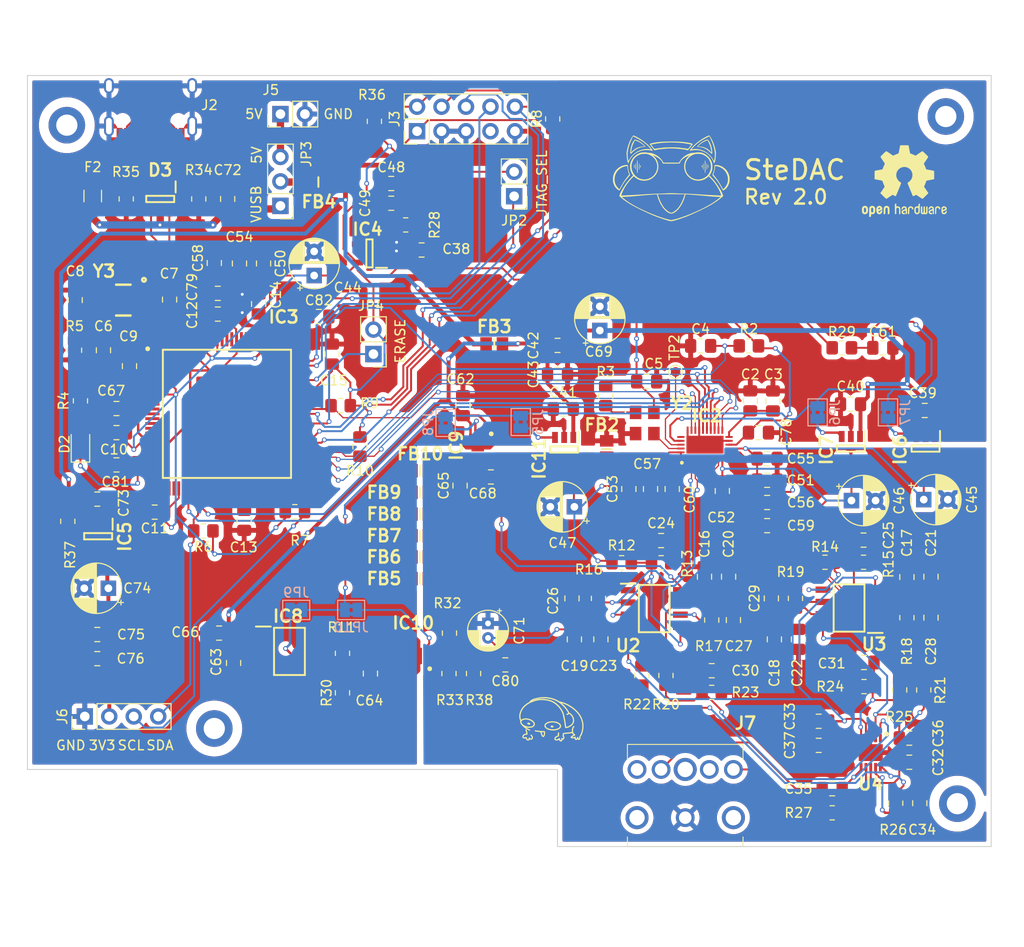
<source format=kicad_pcb>
(kicad_pcb (version 20211014) (generator pcbnew)
  (layers (0 "F.Cu" signal) (31 "B.Cu" signal) (34 "B.Paste" user) (35 "F.Paste" user) (36 "B.SilkS" user "B.Silkscreen") (37 "F.SilkS" user "F.Silkscreen") (38 "B.Mask" user) (39 "F.Mask" user) (44 "Edge.Cuts" user))
  (net 0 "")
  (net 1 "Net-(C2-Pad1)")
  (net 2 "GND")
  (net 3 "DAC_nRESET")
  (net 4 "OLED_SDA")
  (net 5 "Net-(C6-Pad1)")
  (net 6 "Net-(C7-Pad1)")
  (net 7 "Net-(C8-Pad1)")
  (net 8 "GNDREF")
  (net 9 "+VDAC")
  (net 10 "-VDAC")
  (net 11 "AVCC_R")
  (net 12 "AVCC_L")
  (net 13 "/Output Stage/R-")
  (net 14 "DAC_OUTR_N")
  (net 15 "DAC_OUTR_P")
  (net 16 "/Output Stage/R+")
  (net 17 "/Output Stage/L-")
  (net 18 "DAC_OUTL_N")
  (net 19 "DAC_OUTL_P")
  (net 20 "/Output Stage/L+")
  (net 21 "Net-(C30-Pad1)")
  (net 22 "Net-(C31-Pad2)")
  (net 23 "OUTR")
  (net 24 "Net-(C34-Pad2)")
  (net 25 "Net-(C35-Pad1)")
  (net 26 "OUTL")
  (net 27 "MCU_5V")
  (net 28 "DAC_5V")
  (net 29 "+3.3VDAC")
  (net 30 "DAC_PWR_EN")
  (net 31 "Net-(C63-Pad1)")
  (net 32 "Net-(C64-Pad1)")
  (net 33 "VBUS")
  (net 34 "OLED_3V3")
  (net 35 "Net-(D2-Pad1)")
  (net 36 "Net-(D2-Pad2)")
  (net 37 "Net-(D3-Pad1)")
  (net 38 "Net-(D3-Pad3)")
  (net 39 "USB_D+")
  (net 40 "USB_D-")
  (net 41 "Net-(F2-Pad1)")
  (net 46 "DAC_GPIO2")
  (net 47 "DAC_GPIO1")
  (net 48 "PCM_SIN")
  (net 49 "PCM_LRCLK")
  (net 50 "PCM_BCLK")
  (net 51 "DAC_SCL")
  (net 52 "DAC_SDA")
  (net 54 "Net-(IC2-Pad28)")
  (net 55 "Net-(IC2-Pad29)")
  (net 58 "+1V2")
  (net 89 "OLED_SCL")
  (net 91 "JTAG_TMS")
  (net 92 "MCU_RESET")
  (net 95 "ERASE")
  (net 97 "JTAG_TCLK")
  (net 103 "JTAG_SEL")
  (net 104 "JTAG_TDI")
  (net 106 "JTAG_TDO")
  (net 120 "Net-(IC4-Pad3)")
  (net 127 "Net-(J2-Pad4)")
  (net 128 "Net-(J2-Pad10)")
  (net 131 "Net-(J5-Pad1)")
  (net 132 "Net-(R3-Pad2)")
  (net 133 "/Output Stage/VBias_R")
  (net 134 "/Output Stage/VBias_L")
  (net 137 "+3V3")
  (net 138 "Net-(C80-Pad2)")
  (net 140 "Net-(IC10-Pad2)")
  (net 141 "Net-(IC5-Pad3)")
  (net 142 "Net-(IC6-Pad3)")
  (net 143 "Net-(IC7-Pad3)")
  (net 144 "Net-(IC10-Pad3)")
  (net 145 "Net-(IC11-Pad3)")
  (net 146 "Net-(C63-Pad2)")
  (net 147 "Net-(C68-Pad2)")
  (net 148 "Net-(IC8-Pad6)")
  (net 149 "Net-(IC8-Pad7)")
  (net 150 "Net-(IC9-Pad3)")
  (net 155 "Net-(JP3-Pad2)")
  (footprint "Capacitor_SMD:C_0805_2012Metric_Pad1.18x1.45mm_HandSolder" (layer "F.Cu") (at 173.3125 88.75 180)
    (fp_text reference "C40")
    (fp_text value "4.7u")
  )
  (footprint "Resistor_SMD:R_0805_2012Metric_Pad1.20x1.40mm_HandSolder" (layer "F.Cu") (at 172.4125 82.9)
    (fp_text reference "R29")
    (fp_text value "10k")
  )
  (footprint "Capacitor_SMD:C_0805_2012Metric_Pad1.18x1.45mm_HandSolder" (layer "F.Cu") (at 157.7625 82.7 180)
    (fp_text reference "C4")
    (fp_text value "2.2u")
  )
  (footprint "Connector_PinHeader_2.54mm:PinHeader_1x03_P2.54mm_Vertical" (layer "F.Cu") (at 114.1625 68.175 180)
    (fp_text reference "JP3")
    (fp_text value "Jumper_3_Open")
  )
  (footprint "Capacitor_SMD:C_0805_2012Metric_Pad1.18x1.45mm_HandSolder" (layer "F.Cu") (at 144.4125 108.9 -90)
    (fp_text reference "C26")
    (fp_text value "510p")
  )
  (footprint "SamacSys_Parts:SOT95P280X145-5N" (layer "F.Cu") (at 95.25 102.45 -90)
    (fp_text reference "IC5")
    (fp_text value "NCP161ASN330T1G" hide)
  )
  (footprint "Capacitor_THT:CP_Radial_D4.0mm_P1.50mm" (layer "F.Cu") (at 135.7 111.5 -90)
    (fp_text reference "C71")
    (fp_text value "2.2u")
  )
  (footprint "SamacSys_Parts:SON65P200X200X65-7N-D" (layer "F.Cu") (at 128.3 114.875 180)
    (fp_text reference "IC10")
    (fp_text value "ADP7182ACPZN-R7" hide)
  )
  (footprint "Capacitor_SMD:C_0805_2012Metric_Pad1.18x1.45mm_HandSolder" (layer "F.Cu") (at 153.6625 102.9 180)
    (fp_text reference "C24")
    (fp_text value "2.2u")
  )
  (footprint "Capacitor_SMD:C_0805_2012Metric_Pad1.18x1.45mm_HandSolder" (layer "F.Cu") (at 160.0125 97.75 -90)
    (fp_text reference "C52")
    (fp_text value "4.7u")
  )
  (footprint "Resistor_SMD:R_0805_2012Metric_Pad1.20x1.40mm_HandSolder" (layer "F.Cu") (at 149.5625 105.2 180)
    (fp_text reference "R12")
    (fp_text value "4k")
  )
  (footprint "Resistor_SMD:R_0805_2012Metric_Pad1.20x1.40mm_HandSolder" (layer "F.Cu") (at 147.1625 108.9 -90)
    (fp_text reference "R16")
    (fp_text value "1.3k")
  )
  (footprint "Resistor_SMD:R_0805_2012Metric_Pad1.20x1.40mm_HandSolder" (layer "F.Cu") (at 153.6625 105.2 180)
    (fp_text reference "R13")
    (fp_text value "5k")
  )
  (footprint "SamacSys_Parts:ABM3B" (layer "F.Cu") (at 97.8625 77.95 180)
    (fp_text reference "Y3")
    (fp_text value "12MHz" hide)
  )
  (footprint "Capacitor_SMD:C_0805_2012Metric_Pad1.18x1.45mm_HandSolder" (layer "F.Cu") (at 164.6625 94.4)
    (fp_text reference "C55")
    (fp_text value "0.1u")
  )
  (footprint "Capacitor_SMD:C_0805_2012Metric_Pad1.18x1.45mm_HandSolder" (layer "F.Cu") (at 109.3 115.6 -90)
    (fp_text reference "C63")
    (fp_text value "2.2u")
  )
  (footprint "Resistor_SMD:R_0805_2012Metric_Pad1.20x1.40mm_HandSolder" (layer "F.Cu") (at 158.9125 111.15 90)
    (fp_text reference "R17")
    (fp_text value "1.3k")
  )
  (footprint "Resistor_SMD:R_0805_2012Metric_Pad1.20x1.40mm_HandSolder" (layer "F.Cu") (at 142.4125 59.15 90)
    (fp_text reference "R8")
    (fp_text value "4.7k")
  )
  (footprint "SamacSys_Parts:BEADC2012X110N" (layer "F.Cu") (at 128.6625 95.65)
    (fp_text reference "FB10")
    (fp_text value "0R" hide)
  )
  (footprint "Connector_PinHeader_2.54mm:PinHeader_2x05_P2.54mm_Vertical" (layer "F.Cu") (at 128.3375 60.425 90)
    (fp_text reference "J3")
    (fp_text value "Conn_02x05_Odd_Even")
  )
  (footprint "SamacSys_Parts:SOT95P280X145-5N" (layer "F.Cu") (at 123.4 73.1 180)
    (fp_text reference "IC4")
    (fp_text value "NCP161ASN330T1G" hide)
  )
  (footprint "Capacitor_SMD:C_0805_2012Metric_Pad1.18x1.45mm_HandSolder" (layer "F.Cu") (at 158.1625 106.65 -90)
    (fp_text reference "C16")
    (fp_text value "0.1u")
  )
  (footprint "Connector_PinHeader_2.54mm:PinHeader_1x04_P2.54mm_Vertical" (layer "F.Cu") (at 93.8625 121.15 90)
    (fp_text reference "J6")
    (fp_text value "Conn_01x04")
  )
  (footprint "SamacSys_Parts:SOIC127P600X175-8N" (layer "F.Cu") (at 152.9515 109.955)
    (fp_text reference "U2")
    (fp_text value "OPA1612" hide)
  )
  (footprint "Capacitor_SMD:C_0805_2012Metric_Pad1.18x1.45mm_HandSolder" (layer "F.Cu") (at 180.5 130.15 90)
    (fp_text reference "C34")
    (fp_text value "2n")
  )
  (footprint "Resistor_SMD:R_0805_2012Metric_Pad1.20x1.40mm_HandSolder" (layer "F.Cu") (at 170.6625 105.15 180)
    (fp_text reference "R14")
    (fp_text value "4k")
  )
  (footprint "SamacSys_Parts:BEADC2012X110N" (layer "F.Cu") (at 128.6625 102.4)
    (fp_text reference "FB7")
    (fp_text value "0R" hide)
  )
  (footprint "Capacitor_SMD:C_0805_2012Metric_Pad1.18x1.45mm_HandSolder" (layer "F.Cu") (at 181.6625 110.9 90)
    (fp_text reference "C28")
    (fp_text value "510p")
  )
  (footprint "Resistor_SMD:R_0805_2012Metric_Pad1.20x1.40mm_HandSolder" (layer "F.Cu") (at 154.1625 116.9 90)
    (fp_text reference "R20")
    (fp_text value "750")
  )
  (footprint "SamacSys_Parts:BEADC2012X110N" (layer "F.Cu") (at 128.6625 97.9)
    (fp_text reference "FB9")
    (fp_text value "0R" hide)
  )
  (footprint "Resistor_SMD:R_0805_2012Metric_Pad1.20x1.40mm_HandSolder" (layer "F.Cu") (at 179.1625 110.9 90)
    (fp_text reference "R18")
    (fp_text value "1.3k")
  )
  (footprint "SamacSys_Parts:BEADC2012X110N" (layer "F.Cu") (at 128.6625 106.85)
    (fp_text reference "FB5")
    (fp_text value "0R" hide)
  )
  (footprint "SamacSys_Parts:SON50P200X200X80-9N-D" (layer "F.Cu") (at 134.6375 93.2 -90)
    (fp_text reference "IC9")
    (fp_text value "MAX38902AATA+T" hide)
  )
  (footprint "Capacitor_SMD:C_0805_2012Metric_Pad1.18x1.45mm_HandSolder" (layer "F.Cu") (at 97.15 91.7 180)
    (fp_text reference "C10")
    (fp_text value "0.1u")
  )
  (footprint "SamacSys_Parts:BEADC2012X110N" (layer "F.Cu") (at 148.0125 93.4 -90)
    (fp_text reference "FB2")
    (fp_text value "0R" hide)
  )
  (footprint "Capacitor_SMD:C_0805_2012Metric_Pad1.18x1.45mm_HandSolder" (layer "F.Cu") (at 181.6625 106.65 -90)
    (fp_text reference "C21")
    (fp_text value "0.22u")
  )
  (footprint "SamacSys_Parts:STX31205B284C" (layer "F.Cu") (at 156.1625 131.65 90)
    (fp_text reference "J7")
    (fp_text value "STX-3120-5B-284C" hide)
  )
  (footprint "Capacitor_SMD:C_0805_2012Metric_Pad1.18x1.45mm_HandSolder" (layer "F.Cu") (at 152.5625 97.55 -90)
    (fp_text reference "C57")
    (fp_text value "0.1u")
  )
  (footprint "Capacitor_SMD:C_0805_2012Metric_Pad1.18x1.45mm_HandSolder" (layer "F.Cu") (at 107.8 112.5 180)
    (fp_text reference "C66")
    (fp_text value "10u")
  )
  (footprint "SamacSys_Parts:QFP50P1600X1600X160-100N" (layer "F.Cu") (at 108.6125 89.75)
    (fp_text reference "IC3")
    (fp_text value "ATSAMS70N20A-AN" hide)
  )
  (footprint "Resistor_SMD:R_0805_2012Metric_Pad1.20x1.40mm_HandSolder" (layer "F.Cu") (at 174.6625 105.15 180)
    (fp_text reference "R15")
    (fp_text value "5k")
  )
  (footprint "Type-C:HRO-TYPE-C-31-M-12-HandSoldering" (layer "F.Cu") (at 100.6875 53.115 180)
    (fp_text reference "J2")
    (fp_text value "USB4105-GF-A")
  )
  (footprint "Capacitor_SMD:C_0805_2012Metric_Pad1.18x1.45mm_HandSolder" (layer "F.Cu") (at 179.1625 106.69 -90)
    (fp_text reference "C17")
    (fp_text value "0.1u")
  )
  (footprint "Capacitor_SMD:C_0805_2012Metric_Pad1.18x1.45mm_HandSolder" (layer "F.Cu") (at 107.6625 77.25 180)
    (fp_text reference "C79")
    (fp_text value "10u")
  )
  (footprint "Capacitor_SMD:C_0805_2012Metric_Pad1.18x1.45mm_HandSolder" (layer "F.Cu") (at 154.8125 97.55 -90)
    (fp_text reference "C60")
    (fp_text value "0.1u")
  )
  (footprint "Capacitor_SMD:C_0805_2012Metric_Pad1.18x1.45mm_HandSolder" (layer "F.Cu") (at 152.1625 86.4)
    (fp_text reference "C5")
    (fp_text value "0.22u")
  )
  (footprint "Resistor_SMD:R_0805_2012Metric_Pad1.20x1.40mm_HandSolder" (layer "F.Cu") (at 127.1625 70.15)
    (fp_text reference "R28")
    (fp_text value "10k")
  )
  (footprint "Capacitor_SMD:C_0805_2012Metric_Pad1.18x1.45mm_HandSolder" (layer "F.Cu") (at 92.8625 77.95 90)
    (fp_text reference "C8")
    (fp_text value "12p")
  )
  (footprint "LED_SMD:LED_0805_2012Metric_Pad1.15x1.40mm_HandSolder" (layer "F.Cu") (at 93.4125 92.9 90)
    (fp_text reference "D2")
    (fp_text value "LED")
  )
  (footprint "Connector_PinHeader_2.54mm:PinHeader_1x02_P2.54mm_Vertical" (layer "F.Cu") (at 114.1625 58.65 90)
    (fp_text reference "J5")
    (fp_text value "Conn_01x02")
  )
  (footprint "Resistor_SMD:R_0805_2012Metric_Pad1.20x1.40mm_HandSolder" (layer "F.Cu") (at 178 130.15 90)
    (fp_text reference "R26")
    (fp_text value "352")
  )
  (footprint "Resistor_SMD:R_0805_2012Metric_Pad1.20x1.40mm_HandSolder" (layer "F.Cu") (at 131.7 112.5 -90)
    (fp_text reference "R32")
    (fp_text value "10k")
  )
  (footprint "SamacSys_Parts:SOT95P280X145-5N" (layer "F.Cu") (at 173.35 93.35 -90)
    (fp_text reference "IC7")
    (fp_text value "NCP161ASN330T1G" hide)
  )
  (footprint "Capacitor_SMD:C_0805_2012Metric_Pad1.18x1.45mm_HandSolder" (layer "F.Cu") (at 119.5125 83.55 90)
    (fp_text reference "C15")
    (fp_text value "0.1u")
  )
  (footprint "Symbol:OSHW-Logo2_9.8x8mm_SilkScreen" (layer "F.Cu") (at 178.9 65.6)
    (fp_text reference "REF**" hide)
    (fp_text value "OSHW-Logo2_9.8x8mm_SilkScreen" hide)
  )
  (footprint "Capacitor_SMD:C_0805_2012Metric_Pad1.18x1.45mm_HandSolder" (layer "F.Cu") (at 111.9 78.35 90)
    (fp_text reference "C14")
    (fp_text value "0.1u")
  )
  (footprint "Capacitor_SMD:C_0805_2012Metric_Pad1.18x1.45mm_HandSolder" (layer "F.Cu") (at 112.4125 74.15 90)
    (fp_text reference "C50")
    (fp_text value "4.7u")
  )
  (footprint "Capacitor_SMD:C_0805_2012Metric_Pad1.18x1.45mm_HandSolder" (layer "F.Cu") (at 179.4125 125.9 180)
    (fp_text reference "C32")
    (fp_text value "0.1u")
  )
  (footprint "SamacSys_Parts:BEADC2012X110N" (layer "F.Cu") (at 128.6625 100.15)
    (fp_text reference "FB8")
    (fp_text value "0R" hide)
  )
  (footprint "Resistor_SMD:R_0805_2012Metric_Pad1.20x1.40mm_HandSolder" (layer "F.Cu") (at 178.4125 118.4 -90)
    (fp_text reference "R25")
    (fp_text value "750")
  )
  (footprint "Capacitor_SMD:C_0805_2012Metric_Pad1.18x1.45mm_HandSolder" (layer "F.Cu") (at 142.9125 85.65)
    (fp_text reference "C43")
    (fp_text value "0.1u")
  )
  (footprint "Connector_PinHeader_2.54mm:PinHeader_1x02_P2.54mm_Vertical" (layer "F.Cu") (at 138.4125 67.175 180)
    (fp_text reference "JP2")
    (fp_text value "Jumper_2_Open")
  )
  (footprint "Resistor_SMD:R_0805_2012Metric_Pad1.20x1.40mm_HandSolder" (layer "F.Cu") (at 106.1625 101.9 180)
    (fp_text reference "R6")
    (fp_text value "DNP")
  )
  (footprint "SamacSys_Parts:SOIC127P600X175-8N" (layer "F.Cu") (at 173.1625 109.9 180)
    (fp_text reference "U3")
    (fp_text value "OPA1612" hide)
  )
  (footprint "Capacitor_SMD:C_0805_2012Metric_Pad1.18x1.45mm_HandSolder" (layer "F.Cu") (at 165.4125 113.15 90)
    (fp_text reference "C18")
    (fp_text value "0.1u")
  )
  (footprint "SamacSys_Parts:SOT95P280X145-5N" (layer "F.Cu") (at 181.1 93.35 -90)
    (fp_text reference "IC6")
    (fp_text value "NCP161ASN330T1G" hide)
  )
  (footprint "Resistor_SMD:R_0805_2012Metric_Pad1.20x1.40mm_HandSolder" (layer "F.Cu") (at 162.7625 82.7 180)
    (fp_text reference "R2")
    (fp_text value "10k")
  )
  (footprint "Resistor_SMD:R_0805_2012Metric_Pad1.20x1.40mm_HandSolder" (layer "F.Cu") (at 147.9125 87.9 -90)
    (fp_text reference "R3")
    (fp_text value "1k")
  )
  (footprint "Capacitor_SMD:C_0805_2012Metric_Pad1.18x1.45mm_HandSolder" (layer "F.Cu") (at 150.3125 97.55 -90)
    (fp_text reference "C53")
    (fp_text value "4.7u")
  )
  (footprint "Capacitor_SMD:C_0805_2012Metric_Pad1.18x1.45mm_HandSolder" (layer "F.Cu") (at 179.4125 123.4 180)
    (fp_text reference "C36")
    (fp_text value "0.22u")
  )
  (footprint "Resistor_SMD:R_0805_2012Metric_Pad1.20x1.40mm_HandSolder" (layer "F.Cu") (at 98.1625 67.455 -90)
    (fp_text reference "R35")
    (fp_text value "5.1k")
  )
  (footprint "Capacitor_SMD:C_0805_2012Metric_Pad1.18x1.45mm_HandSolder" (layer "F.Cu") (at 108.6875 67.455 90)
    (fp_text reference "C72")
    (fp_text value "0.1u")
  )
  (footprint "Resistor_SMD:R_0805_2012Metric_Pad1.20x1.40mm_HandSolder" (layer "F.Cu") (at 123.9125 59.4 -90)
    (fp_text reference "R36")
    (fp_text value "100k")
  )
  (footprint "Resistor_SMD:R_0805_2012Metric_Pad1.20x1.40mm_HandSolder" (layer "F.Cu") (at 115.6625 99.9)
    (fp_text reference "R7")
    (fp_text value "DNP")
  )
  (footprint "Resistor_SMD:R_0805_2012Metric_Pad1.20x1.40mm_HandSolder" (layer "F.Cu") (at 131.65 116.7 -90)
    (fp_text reference "R33")
    (fp_text value "24k")
  )
  (footprint "Capacitor_SMD:C_0805_2012Metric_Pad1.18x1.45mm_HandSolder" (layer "F.Cu") (at 97.15 95.05 180)
    (fp_text reference "C81")
    (fp_text value "0.1u")
  )
  (footprint "Capacitor_SMD:C_0805_2012Metric_Pad1.18x1.45mm_HandSolder" (layer "F.Cu") (at 132.8 97.2 -90)
    (fp_text reference "C65")
    (fp_text value "4.7u")
  )
  (footprint "Resistor_SMD:R_0805_2012Metric_Pad1.20x1.40mm_HandSolder" (layer "F.Cu") (at 167.6 108.9 -90)
    (fp_text reference "R19")
    (fp_text value "1.3k")
  )
  (footprint "Capacitor_THT:CP_Radial_D5.0mm_P2.50mm" (layer "F.Cu") (at 180.9125 98.65)
    (fp_text reference "C45")
    (fp_text value "47u")
  )
  (footprint "Capacitor_SMD:C_0805_2012Metric_Pad1.18x1.45mm_HandSolder" (layer "F.Cu") (at 136 96.3 180)
    (fp_text reference "C68")
    (fp_text value "10n")
  )
  (footprint "Capacitor_SMD:C_0805_2012Metric_Pad1.18x1.45mm_HandSolder" (layer "F.Cu") (at 125.6625 67.9 180)
    (fp_text reference "C49")
    (fp_text value "0.1u")
  )
  (footprint "logo:crisis_boi" (layer "F.Cu") (at 142.55 121.5)
    (fp_text reference "G***" hide)
    (fp_text value "LOGO" hide)
  )
  (footprint "SamacSys_Parts:SOIC127P600X175-8N" (layer "F.Cu") (at 115.1 114.4)
    (fp_text reference "IC8")
    (fp_text value "MAX889SESA+" hide)
  )
  (footprint "Capacitor_SMD:C_0805_2012Metric_Pad1.18x1.45mm_HandSolder" (layer "F.Cu") (at 161.1625 111.15 90)
    (fp_text reference "C27")
    (fp_text value "510p")
  )
  (footprint "Capacitor_SMD:C_0805_2012Metric_Pad1.18x1.45mm_HandSolder" (layer "F.Cu") (at 165.2625 88.4125 90)
    (fp_text reference "C3")
    (fp_text value "4.7u")
  )
  (footprint "Capacitor_SMD:C_0805_2012Metric_Pad1.18x1.45mm_HandSolder" (layer "F.Cu") (at 165.1 108.9 -90)
    (fp_text reference "C29")
    (fp_text value "510p")
  )
  (footprint "Capacitor_SMD:C_0805_2012Metric_Pad1.18x1.45mm_HandSolder" (layer "F.Cu") (at 163.7625 91.7)
    (fp_text reference "C78")
    (fp_text value "0.1u")
  )
  (footprint "Resistor_SMD:R_0805_2012Metric_Pad1.20x1.40mm_HandSolder" (layer "F.Cu") (at 158.9125 118.65 180)
    (fp_text reference "R23")
    (fp_text value "352")
  )
  (footprint "Resistor_SMD:R_0805_2012Metric_Pad1.20x1.40mm_HandSolder" (layer "F.Cu") (at 105.6875 67.455 -90)
    (fp_text reference "R34")
    (fp_text value "5.1k")
  )
  (footprint "Resistor_SMD:R_0805_2012Metric_Pad1.20x1.40mm_HandSolder" (layer "F.Cu") (at 151.6625 116.9 90)
    (fp_text reference "R22")
    (fp_text value "750")
  )
  (footprint "Resistor_SMD:R_0805_2012Metric_Pad1.20x1.40mm_HandSolder" (layer "F.Cu") (at 180.9125 118.4 90)
    (fp_text reference "R21")
    (fp_text value "750")
  )
  (footprint "Capacitor_SMD:C_0805_2012Metric_Pad1.18x1.45mm_HandSolder" (layer "F.Cu") (at 176.6625 82.9)
    (fp_text reference "C61")
    (fp_text value "1u")
  )
  (footprint "Capacitor_SMD:C_0805_2012Metric_Pad1.18x1.45mm_HandSolder" (layer "F.Cu") (at 167.9125 113.15 90)
    (fp_text reference "C22")
    (fp_text value "0.22u")
  )
  (footprint "Resistor_SMD:R_0805_2012Metric_Pad1.20x1.40mm_HandSolder" (layer "F.Cu") (at 174.7125 118.05 180)
    (fp_text reference "R24")
    (fp_text value "352")
  )
  (footprint "Capacitor_SMD:C_0805_2012Metric_Pad1.18x1.45mm_HandSolder" (layer "F.Cu") (at 160.6625 106.65 -90)
    (fp_text reference "C20")
    (fp_text value "0.22u")
  )
  (footprint "Resistor_SMD:R_0805_2012Metric_Pad1.20x1.40mm_HandSolder" (layer "F.Cu") (at 120.6 118.7 90)
    (fp_text reference "R30")
    (fp_text value "100k")
  )
  (footprint "Capacitor_SMD:C_0805_2012Metric_Pad1.18x1.45mm_HandSolder" (layer "F.Cu") (at 95.8 83.15 -90)
    (fp_text reference "C6")
    (fp_text value "10p")
  )
  (footprint "Capacitor_SMD:C_0805_2012Metric_Pad1.18x1.45mm_HandSolder" (layer "F.Cu") (at 144.6625 113.15 90)
    (fp_text reference "C19")
    (fp_text value "0.1u")
  )
  (footprint "Capacitor_SMD:C_0805_2012Metric_Pad1.18x1.45mm_HandSolder" (layer "F.Cu") (at 133.1 88.9 90)
    (fp_text reference "C62")
    (fp_text value "4.7u")
  )
  (footprint "Capacitor_SMD:C_0805_2012Metric_Pad1.18x1.45mm_HandSolder" (layer "F.Cu") (at 110.4 100.8 -90)
    (fp_text reference "C13")
    (fp_text value "0.1u")
  )
  (footprint "SamacSys_Parts:QFN40P300X500X80-31N-D" (layer "F.Cu") (at 158.2125 92.95 90)
    (fp_text reference "IC2")
    (fp_text value "ES9038Q2M" hide)
  )
  (footprint "Capacitor_SMD:C_0805_2012Metric_Pad1.18x1.45mm_HandSolder" (layer "F.Cu") (at 143.5125 89.25 180)
    (fp_text reference "C41")
    (fp_text value "4.7u")
  )
  (footprint "Capacitor_SMD:C_0805_2012Metric_Pad1.18x1.45mm_HandSolder" (layer "F.Cu") (at 181.0125 89.4 180)
    (fp_text reference "C39")
    (fp_text value "4.7u")
  )
  (footprint "Capacitor_THT:CP_Radial_D5.0mm_P2.50mm" (layer "F.Cu") (at 117.6625 75.4 90)
    (fp_text reference "C44")
    (fp_text value "47u")
  )
  (footprint "logo:logo" (layer "F.Cu") (at 154.7125 66.25)
    (fp_text reference "G***" hide)
    (fp_text value "LOGO" hide)
  )
  (footprint "Capacitor_SMD:C_0805_2012Metric_Pad1.18x1.45mm_HandSolder" (layer "F.Cu") (at 118.15 79.65)
    (fp_text reference "C82")
    (fp_text value "0.1u")
  )
  (footprint "MountingHole:MountingHole_2.2mm_M2_DIN965_Pad_TopBottom" (layer "F.Cu") (at 107.3 122.4)
    (fp_text reference "H4" hide)
    (fp_text value "MountingHole_Pad")
  )
  (footprint "Resistor_SMD:R_0805_2012Metric_Pad1.20x1.40mm_HandSolder" (layer "F.Cu") (at 122.4125 93.15 -90)
    (fp_text reference "R10")
    (fp_text value "4.7k")
  )
  (footprint "MountingHole:MountingHole_2.2mm_M2_DIN965_Pad_TopBottom" (layer "F.Cu") (at 184.4 130.2)
    (fp_text reference "H5" hide)
    (fp_text value "MountingHole_Pad")
  )
  (footprint "Capacitor_SMD:C_0805_2012Metric_Pad1.18x1.45mm_HandSolder" (layer "F.Cu") (at 109.9125 74.15 90)
    (fp_text reference "C54")
    (fp_text value "0.1u")
  )
  (footprint "SamacSys_Parts:BEADC2012X110N" (layer "F.Cu") (at 118.1 65.7 180)
    (fp_text reference "FB4")
    (fp_text value "0R" hide)
  )
  (footprint "Resistor_SMD:R_0805_2012Metric_Pad1.20x1.40mm_HandSolder" (layer "F.Cu") (at 120.4125 88.9 180)
    (fp_text reference "R9")
    (fp_text value "4.7k")
  )
  (footprint "Capacitor_SMD:C_0805_2012Metric_Pad1.18x1.45mm_HandSolder" (layer "F.Cu") (at 164.6625 98.95)
    (fp_text reference "C56")
    (fp_text value "0.1u")
  )
  (footprint "Capacitor_SMD:C_0805_2012Metric_Pad1.18x1.45mm_HandSolder" (layer "F.Cu") (at 147.4125 113.15 90)
    (fp_text reference "C23")
    (fp_text value "0.22u")
  )
  (footprint "Resistor_SMD:R_0805_2012Metric_Pad1.20x1.40mm_HandSolder" (layer "F.Cu") (at 93.4125 88.4 -90)
    (fp_text reference "R4")
    (fp_text value "330")
  )
  (footprint "Capacitor_SMD:C_0805_2012Metric_Pad1.18x1.45mm_HandSolder" (layer "F.Cu") (at 101.1125 99.95 180)
    (fp_text reference "C11")
    (fp_text value "0.1u")
  )
  (footprint "Capacitor_SMD:C_0805_2012Metric_Pad1.18x1.45mm_HandSolder" (layer "F.Cu") (at 162.9125 88.4 90)
    (fp_text reference "C2")
    (fp_text value "0.22u")
  )
  (footprint "Capacitor_SMD:C_0805_2012Metric_Pad1.18x1.45mm_HandSolder" (layer "F.Cu") (at 174.6625 102.85 180)
    (fp_text reference "C25")
    (fp_text value "2.2u")
  )
  (footprint "Capacitor_SMD:C_0805_2012Metric_Pad1.18x1.45mm_HandSolder" (layer "F.Cu") (at 95.1625 112.65 180)
    (fp_text reference "C75")
    (fp_text value "4.7u")
  )
  (footprint "Capacitor_THT:CP_Radial_D5.0mm_P2.50mm" (layer "F.Cu") (at 144.6625 99.4 180)
    (fp_text reference "C47")
    (fp_text value "47u")
  )
  (footprint "Capacitor_SMD:C_0805_2012Metric_Pad1.18x1.45mm_HandSolder" (layer "F.Cu") (at 97.15 89.2 180)
    (fp_text reference "C67")
    (fp_text value "0.1u")
  )
  (footprint "Capacitor_SMD:C_0805_2012Metric_Pad1.18x1.45mm_HandSolder" (layer "F.Cu") (at 95.1625 115.15 180)
    (fp_text reference "C76")
    (fp_text value "0.1u")
  )
  (footprint "Capacitor_SMD:C_0805_2012Metric_Pad1.18x1.45mm_HandSolder" (layer "F.Cu") (at 164.6625 96.65)
    (fp_text reference "C51")
    (fp_text value "4.7u")
  )
  (footprint "Capacitor_SMD:C_0805_2012Metric_Pad1.18x1.45mm_HandSolder" (layer "F.Cu") (at 174.7125 115.55)
    (fp_text reference "C31")
    (fp_text value "2n")
  )
  (footprint "Capacitor_SMD:C_0805_2012Metric_Pad1.18x1.45mm_HandSolder" (layer "F.Cu") (at 107.3 74.1 90)
    (fp_text reference "C58")
    (fp_text value "0.1u")
  )
  (footprint "Capacitor_THT:CP_Radial_D5.0mm_P2.50mm" (layer "F.Cu") (at 96.3125 107.85 180)
    (fp_text reference "C74")
    (fp_text value "47u")
  )
  (footprint "Capacitor_SMD:C_0805_2012Metric_Pad1.18x1.45mm_HandSolder" (layer "F.Cu") (at 128.8125 72.75)
    (fp_text reference "C38")
    (fp_text value "4.7u")
  )
  (footprint "MountingHole:MountingHole_2.2mm_M2_DIN965_Pad_TopBottom" (layer "F.Cu") (at 92 59.8)
    (fp_text reference "H3" hide)
    (fp_text value "MountingHole_Pad")
  )
  (footprint "SamacSys_Parts:SOT95P280X145-6N" (layer "F.Cu") (at 101.6875 67.455 -90)
    (fp_text reference "D3")
    (fp_text value "82400102" hide)
  )
  (footprint "Capacitor_SMD:C_0805_2012Metric_Pad1.18x1.45mm_HandSolder" (layer "F.Cu") (at 170.0125 121.65)
    (fp_text reference "C33")
    (fp_text value "0.1u")
  )
  (footprint "Capacitor_SMD:C_0805_2012Metric_Pad1.18x1.45mm_HandSolder" (layer "F.Cu") (at 98.5 84.8 90)
    (fp_text reference "C9")
    (fp_text value "0.1u")
  )
  (footprint "Resistor_SMD:R_0805_2012Metric_Pad1.20x1.40mm_HandSolder" (layer "F.Cu") (at 92.8 83.15 -90)
    (fp_text reference "R5")
    (fp_text value "5.62k")
  )
  (footprint "Capacitor_SMD:C_0805_2012Metric_Pad1.18x1.45mm_HandSolder" (layer "F.Cu") (at 164.6625 101.35)
    (fp_text reference "C59")
    (fp_text value "0.1u")
  )
  (footprint "Capacitor_THT:CP_Radial_D5.0mm_P2.50mm" (layer "F.Cu") (at 173.4125 98.75)
    (fp_text reference "C46")
    (fp_text value "47u")
  )
  (footprint "Capacitor_SMD:C_0805_2012Metric_Pad1.18x1.45mm_HandSolder" (layer "F.Cu") (at 95.1625 98.6 180)
    (fp_text reference "C73")
    (fp_text value "4.7u")
  )
  (footprint "Capacitor_SMD:C_0805_2012Metric_Pad1.18x1.45mm_HandSolder" (layer "F.Cu") (at 171.4125 128.65 180)
    (fp_text reference "C35")
    (fp_text value "2n")
  )
  (footprint "Capacitor_SMD:C_0805_2012Metric_Pad1.18x1.45mm_HandSolder" (layer "F.Cu") (at 170.0125 124.15)
    (fp_text reference "C37")
    (fp_text value "0.22u")
  )
  (footprint "Capacitor_THT:CP_Radial_D5.0mm_P2.50mm" (layer "F.Cu") (at 147.3 81.105113 90)
    (fp_text reference "C69")
    (fp_text value "47u")
  )
  (footprint "Fuse:Fuse_1206_3216Metric" (layer "F.Cu") (at 94.6875 67.15 -90)
    (fp_text reference "F2")
    (fp_text value "500mA")
  )
  (footprint "MountingHole:MountingHole_2.2mm_M2_DIN965_Pad_TopBottom" (layer "F.Cu") (at 183.2 58.9)
    (fp_text reference "H2" hide)
    (fp_text value "MountingHole_Pad")
  )
  (footprint "Capacitor_SMD:C_0805_2012Metric_Pad1.18x1.45mm_HandSolder" (layer "F.Cu") (at 107.6625 79.4 180)
    (fp_text reference "C12")
    (fp_text value "0.1u")
  )
  (footprint "Resistor_SMD:R_0805_2012Metric_Pad1.20x1.40mm_HandSolder" (layer "F.Cu") (at 92.1 100.9 90)
    (fp_text reference "R37")
    (fp_text value "10k")
  )
  (footprint "Capacitor_SMD:C_0805_2012Metric_Pad1.18x1.45mm_HandSolder" (layer "F.Cu") (at 137.5 115.8 180)
    (fp_text reference "C80")
    (fp_text value "1u")
  )
  (footprint "SamacSys_Parts:BEADC2012X110N" (layer "F.Cu") (at 136.35 82.5)
    (fp_text reference "FB3")
    (fp_text value "0R" hide)
  )
  (footprint "Capacitor_SMD:C_0805_2012Metric_Pad1.18x1.45mm_HandSolder" (layer "F.Cu") (at 102.6625 77.9 -90)
    (fp_text reference "C7")
    (fp_text value "12p")
  )
  (footprint "SamacSys_Parts:SON50P300X300X100-11N" (layer "F.Cu") (at 175.4125 124.9 -90)
    (fp_text reference "U4")
    (fp_text value "OPA1622" hide)
  )
  (footprint "SamacSys_Parts:SiT8209AI2133S100000000X" (layer "F.Cu") (at 151.9625 90.7 -90)
    (fp_text reference "Y2")
    (fp_text value "SiT8209AI-21-33S-100.000000X" hide)
  )
  (footprint "Capacitor_SMD:C_0805_2012Metric_Pad1.18x1.45mm_HandSolder" (layer "F.Cu") (at 142.9125 82.65 180)
    (fp_text reference "C42")
    (fp_text value "10u")
  )
  (footprint "Capacitor_SMD:C_0805_2012Metric_Pad1.18x1.45mm_HandSolder" (layer "F.Cu") (at 123.5 116.7 -90)
    (fp_text reference "C64")
    (fp_text value "10u")
  )
  (footprint "Resistor_SMD:R_0805_2012Metric_Pad1.20x1.40mm_HandSolder" (layer "F.Cu") (at 134.2 116.7 90)
    (fp_text reference "R38")
    (fp_text value "10k")
  )
  (footprint "Resistor_SMD:R_0805_2012Metric_Pad1.20x1.40mm_HandSolder" (layer "F.Cu") (at 120.6 114.6 90)
    (fp_text reference "R11")
    (fp_text value "100k")
  )
  (footprint "Capacitor_SMD:C_0805_2012Metric_Pad1.18x1.45mm_HandSolder" (layer "F.Cu") (at 158.9125 116.4)
    (fp_text reference "C30")
    (fp_text value "2n")
  )
  (footprint "Connector_PinHeader_2.54mm:PinHeader_1x02_P2.54mm_Vertical" (layer "F.Cu") (at 123.8125 83.55 180)
    (fp_text reference "JP4")
    (fp_text value "Jumper_2_Open")
  )
  (footprint "SamacSys_Parts:BEADC2012X110N" (layer "F.Cu") (at 128.6625 104.6)
    (fp_text reference "FB6")
    (fp_text value "0R" hide)
  )
  (footprint "TestPoint:TestPoint_Pad_D1.0mm" (layer "F.Cu") (at 155.1625 85.4 -90)
    (fp_text reference "TP2")
    (fp_text value "TestPoint")
  )
  (footprint "SamacSys_Parts:SOT95P280X145-5N" (layer "F.Cu") (at 143.6 93.45 -90)
    (fp_text reference "IC11")
    (fp_text value "NCP161ASN330T1G" hide)
  )
  (footprint "Resistor_SMD:R_0805_2012Metric_Pad1.20x1.40mm_HandSolder" (layer "F.Cu") (at 171.4125 131.15 180)
    (fp_text reference "R27")
    (fp_text value "352")
  )
  (footprint "Capacitor_SMD:C_0805_2012Metric_Pad1.18x1.45mm_HandSolder" (layer "F.Cu") (at 125.6625 65.85)
    (fp_text reference "C48")
    (fp_text value "10u")
  )
  (footprint "Jumper:SolderJumper-2_P1.3mm_Bridged2Bar_Pad1.0x1.5mm" (layer "B.Cu") (at 139.1 90.6 90)
    (fp_text reference "JP5")
    (fp_text value "jumper")
  )
  (footprint "Jumper:SolderJumper-2_P1.3mm_Bridged2Bar_Pad1.0x1.5mm" (layer "B.Cu") (at 121.5 110.1)
    (fp_text reference "JP10")
    (fp_text value "SolderJumper_2_Bridged")
  )
  (footprint "Jumper:SolderJumper-2_P1.3mm_Bridged2Bar_Pad1.0x1.5mm" (layer "B.Cu") (at 169.9 89.6 90)
    (fp_text reference "JP6")
    (fp_text value "jumper")
  )
  (footprint "Jumper:SolderJumper-2_P1.3mm_Bridged2Bar_Pad1.0x1.5mm" (layer "B.Cu") (at 131.3 90.7 -90)
    (fp_text reference "JP8")
    (fp_text value "SolderJumper_2_Bridged")
  )
  (footprint "Jumper:SolderJumper-2_P1.3mm_Bridged2Bar_Pad1.0x1.5mm" (layer "B.Cu") (at 115.8 110.1 180)
    (fp_text reference "JP9")
    (fp_text value "SolderJumper_2_Bridged")
  )
  (footprint "Jumper:SolderJumper-2_P1.3mm_Bridged2Bar_Pad1.0x1.5mm" (layer "B.Cu") (at 177.2 89.6 90)
    (fp_text reference "JP7")
    (fp_text value "jumper")
  )
  (gr_line (start 87.9125 54.65) (end 87.9125 126.65) (layer "Edge.Cuts") (width 0.1))
  (gr_line (start 142.9125 134.65) (end 187.9125 134.65) (layer "Edge.Cuts") (width 0.1))
  (gr_line (start 187.9125 134.65) (end 187.9125 124.65) (layer "Edge.Cuts") (width 0.1))
  (gr_line (start 187.9125 124.65) (end 187.9125 54.65) (layer "Edge.Cuts") (width 0.1))
  (gr_line (start 142.9125 126.65) (end 87.9125 126.65) (layer "Edge.Cuts") (width 0.1))
  (gr_line (start 142.9125 134.65) (end 142.9125 126.65) (layer "Edge.Cuts") (width 0.1))
  (gr_line (start 187.9125 54.65) (end 87.9125 54.65) (layer "Edge.Cuts") (width 0.1))
  (gr_text "ERASE" (at 126.6 82.2 90) (layer "F.SilkS") (effects (font (size 1 1))))
  (gr_text "SDA" (at 101.6625 124.15) (layer "F.SilkS") (effects (font (size 1 1))))
  (gr_text "VUSB" (at 111.65 68 90) (layer "F.SilkS") (effects (font (size 1 1))))
  (gr_text "GND" (at 120.1625 58.65) (layer "F.SilkS") (effects (font (size 1 1))))
  (gr_text "Rev 2.0" (at 166.6 67.25) (layer "F.SilkS") (effects (font (size 1.5 1.5) (thickness 0.25))))
  (gr_text "SteDAC" (at 167.5125 64.45) (layer "F.SilkS") (effects (font (size 2 2) (thickness 0.3))))
  (gr_text "5V" (at 111.4125 58.65) (layer "F.SilkS") (effects (font (size 1 1))))
  (gr_text "5V" (at 111.7 62.9 90) (layer "F.SilkS") (effects (font (size 1 1))))
  (gr_text "JTAG_SEL" (at 141.3 65.8 90) (layer "F.SilkS") (effects (font (size 1 1))))
  (gr_text "SCL" (at 98.6625 124.15) (layer "F.SilkS") (effects (font (size 1 1))))
  (gr_text "3V3" (at 95.6625 124.15) (layer "F.SilkS") (effects (font (size 1 1))))
  (gr_text "GND" (at 92.4125 124.15) (layer "F.SilkS") (effects (font (size 1 1))))
  (segment (start 160.7125 92.15) (end 160.7125 91.6375) (width 0.2) (layer "F.Cu") (net 1))
  (segment (start 160.7125 91.6375) (end 162.9125 89.4375) (width 0.2) (layer "F.Cu") (net 1))
  (segment (start 162.9125 89.4375) (end 165.25 89.4375) (width 0.2) (layer "F.Cu") (net 1))
  (segment (start 165.25 89.4375) (end 165.2625 89.45) (width 0.2) (layer "F.Cu") (net 1))
  (segment (start 157.6125 87.597381) (end 157.6125 87.45) (width 0.2) (layer "F.Cu") (net 2))
  (segment (start 116.3505 87.75) (end 115.436978 87.75) (width 0.127) (layer "F.Cu") (net 2))
  (segment (start 128.3 116.3) (end 127.85 116.75) (width 0.762) (layer "F.Cu") (net 2))
  (segment (start 115.6 82.65) (end 115.95 82.65) (width 0.127) (layer "F.Cu") (net 2))
  (segment (start 134.6375 93.2) (end 134.8875 92.95) (width 0.25) (layer "F.Cu") (net 2))
  (segment (start 99.4875 84.75) (end 98.5 83.7625) (width 0.127) (layer "F.Cu") (net 2))
  (segment (start 134.8875 92.95) (end 134.8875 92.2) (width 0.25) (layer "F.Cu") (net 2))
  (segment (start 100.8745 84.75) (end 99.4875 84.75) (width 0.127) (layer "F.Cu") (net 2))
  (segment (start 157.6125 92.35) (end 158.2125 92.95) (width 0.2) (layer "F.Cu") (net 2))
  (segment (start 157.6125 91.45) (end 157.6125 92.35) (width 0.2) (layer "F.Cu") (net 2))
  (segment (start 100.8745 87.25) (end 99.3 87.25) (width 0.2) (layer "F.Cu") (net 2))
  (segment (start 156.4125 91.45) (end 156.4125 92.124022) (width 0.2) (layer "F.Cu") (net 2))
  (segment (start 128.3 114.875) (end 128.3 116.3) (width 0.762) (layer "F.Cu") (net 2))
  (segment (start 133.5 93.2) (end 132.8 92.5) (width 0.5) (layer "F.Cu") (net 2))
  (segment (start 113.95 84.3) (end 115.6 82.65) (width 0.127) (layer "F.Cu") (net 2))
  (segment (start 127.25 114.875) (end 126.425 114.875) (width 0.2032) (layer "F.Cu") (net 2))
  (segment (start 115.436978 87.75) (end 113.95 86.263022) (width 0.127) (layer "F.Cu") (net 2))
  (segment (start 126.425 114.875) (end 126.2 114.65) (width 0.2032) (layer "F.Cu") (net 2))
  (segment (start 157.238478 92.95) (end 158.2125 92.95) (width 0.2) (layer "F.Cu") (net 2))
  (segment (start 134.6375 93.2) (end 133.5 93.2) (width 0.5) (layer "F.Cu") (net 2))
  (segment (start 157.6125 91.45) (end 157.6125 87.597381) (width 0.2) (layer "F.Cu") (net 2))
  (segment (start 127.25 114.875) (end 128.3 114.875) (width 0.2032) (layer "F.Cu") (net 2))
  (segment (start 128.3 113.4) (end 127.65 112.75) (width 0.762) (layer "F.Cu") (net 2))
  (segment (start 113.95 86.263022) (end 113.95 84.3) (width 0.127) (layer "F.Cu") (net 2))
  (segment (start 134.6375 93.2) (end 135.85 93.2) (width 0.5) (layer "F.Cu") (net 2))
  (segment (start 128.3 114.875) (end 128.3 113.4) (width 0.762) (layer "F.Cu") (net 2))
  (segment (start 100.8745 88.25) (end 99.5 88.25) (width 0.127) (layer "F.Cu") (net 2))
  (segment (start 160.7125 92.55) (end 158.6125 92.55) (width 0.2) (layer "F.Cu") (net 2))
  (segment (start 135.85 93.2) (end 136.95 92.1) (width 0.5) (layer "F.Cu") (net 2))
  (segment (start 100.8745 86.25) (end 100.8745 87.25) (width 0.2) (layer "F.Cu") (net 2))
  (segment (start 104.1125 97.488) (end 104.1125 99.35) (width 0.2) (layer "F.Cu") (net 2))
  (segment (start 156.4125 92.124022) (end 157.238478 92.95) (width 0.2) (layer "F.Cu") (net 2))
  (segment (start 157.6125 87.45) (end 156.5625 86.4) (width 0.2) (layer "F.Cu") (net 2))
  (segment (start 158.6125 92.55) (end 158.2125 92.95) (width 0.2) (layer "F.Cu") (net 2))
  (segment (start 104.1125 99.35) (end 103.8125 99.65) (width 0.2) (layer "F.Cu") (net 2))
  (via (at 126.2 72.85) (size 0.5) (drill 0.3) (layers "F.Cu" "B.Cu") (net 2))
  (via (at 110.2 79.25) (size 0.5) (drill 0.3) (layers "F.Cu" "B.Cu") (net 2))
  (via (at 110.2 77.35) (size 0.5) (drill 0.3) (layers "F.Cu" "B.Cu") (net 2))
  (via (at 126.2125 71.95) (size 0.5) (drill 0.3) (layers "F.Cu" "B.Cu") (net 2))
  (segment (start 120.1625 94.4745) (end 119.938 94.25) (width 0.127) (layer "F.Cu") (net 3))
  (segment (start 119.938 94.25) (end 116.3505 94.25) (width 0.127) (layer "F.Cu") (net 3))
  (segment (start 157.4125 86.355621) (end 157.4125 85.65) (width 0.2) (layer "F.Cu") (net 3))
  (segment (start 158.211511 87.939748) (end 158.211511 87.154632) (width 0.2) (layer "F.Cu") (net 3))
  (segment (start 160.2625 82.7) (end 161.7625 82.7) (width 0.2) (layer "F.Cu") (net 3))
  (segment (start 158.0125 91.45) (end 158.0125 88.138759) (width 0.2) (layer "F.Cu") (net 3))
  (segment (start 158.211511 87.154632) (end 157.4125 86.355621) (width 0.2) (layer "F.Cu") (net 3))
  (segment (start 158.8 82.7) (end 160.2625 82.7) (width 0.2) (layer "F.Cu") (net 3))
  (segment (start 158.0125 88.138759) (end 158.211511 87.939748) (width 0.2) (layer "F.Cu") (net 3))
  (via (at 157.4125 85.65) (size 0.5) (drill 0.3) (layers "F.Cu" "B.Cu") (net 3))
  (via (at 160.2625 82.7) (size 0.5) (drill 0.3) (layers "F.Cu" "B.Cu") (net 3))
  (via (at 120.1625 94.4745) (size 0.5) (drill 0.3) (layers "F.Cu" "B.Cu") (net 3))
  (segment (start 158.8125 85.65) (end 160.3125 84.15) (width 0.127) (layer "B.Cu") (net 3))
  (segment (start 160.3125 84.15) (end 160.3125 82.75) (width 0.127) (layer "B.Cu") (net 3))
  (segment (start 157.4125 85.65) (end 158.8125 85.65) (width 0.127) (layer "B.Cu") (net 3))
  (segment (start 121.672632 94.4745) (end 130.497132 85.65) (width 0.127) (layer "B.Cu") (net 3))
  (segment (start 160.3125 82.75) (end 160.2625 82.7) (width 0.127) (layer "B.Cu") (net 3))
  (segment (start 120.1625 94.4745) (end 121.672632 94.4745) (width 0.127) (layer "B.Cu") (net 3))
  (segment (start 130.497132 85.65) (end 157.4125 85.65) (width 0.127) (layer "B.Cu") (net 3))
  (segment (start 105.1625 103) (end 104.8125 103.35) (width 0.2) (layer "F.Cu") (net 4))
  (segment (start 105.6125 97.488) (end 105.6125 100.25) (width 0.2) (layer "F.Cu") (net 4))
  (segment (start 105.1625 101.9) (end 105.1625 103) (width 0.2) (layer "F.Cu") (net 4))
  (segment (start 105.1625 100.7) (end 105.1625 101.9) (width 0.2) (layer "F.Cu") (net 4))
  (segment (start 105.6125 100.25) (end 105.1625 100.7) (width 0.2) (layer "F.Cu") (net 4))
  (via (at 104.8125 103.35) (size 0.5) (drill 0.3) (layers "F.Cu" "B.Cu") (net 4))
  (segment (start 104.8125 117.82) (end 101.4825 121.15) (width 0.2) (layer "B.Cu") (net 4))
  (segment (start 104.8125 103.35) (end 104.8125 117.82) (width 0.2) (layer "B.Cu") (net 4))
  (segment (start 104.1125 82.012) (end 104.1125 82.95) (width 0.2) (layer "F.Cu") (net 5))
  (segment (start 100.8625 82.1) (end 95.8125 82.1) (width 0.2) (layer "F.Cu") (net 5))
  (segment (start 92.8375 82.1125) (end 92.8 82.15) (width 0.2) (layer "F.Cu") (net 5))
  (segment (start 104.1125 82.95) (end 103.5125 83.55) (width 0.2) (layer "F.Cu") (net 5))
  (segment (start 103.5125 83.55) (end 102.3125 83.55) (width 0.2) (layer "F.Cu") (net 5))
  (segment (start 95.8 82.1125) (end 92.8375 82.1125) (width 0.2) (layer "F.Cu") (net 5))
  (segment (start 102.3125 83.55) (end 100.8625 82.1) (width 0.2) (layer "F.Cu") (net 5))
  (segment (start 95.8125 82.1) (end 95.8 82.1125) (width 0.2) (layer "F.Cu") (net 5))
  (segment (start 103.6125 80.95) (end 103.6125 82.012) (width 0.2) (layer "F.Cu") (net 6))
  (segment (start 101.3125 79.65) (end 102.01298 80.35048) (width 0.2) (layer "F.Cu") (net 6))
  (segment (start 102.6625 76.8625) (end 101.3125 78.2125) (width 0.2) (layer "F.Cu") (net 6))
  (segment (start 99.8625 76.75) (end 102.55 76.75) (width 0.2) (layer "F.Cu") (net 6))
  (segment (start 102.01298 80.35048) (end 103.01298 80.35048) (width 0.2) (layer "F.Cu") (net 6))
  (segment (start 102.55 76.75) (end 102.6625 76.8625) (width 0.2) (layer "F.Cu") (net 6))
  (segment (start 103.01298 80.35048) (end 103.6125 80.95) (width 0.2) (layer "F.Cu") (net 6))
  (segment (start 101.3125 78.2125) (end 101.3125 79.65) (width 0.2) (layer "F.Cu") (net 6))
  (segment (start 92.8625 78.9875) (end 93.025 79.15) (width 0.2) (layer "F.Cu") (net 7))
  (segment (start 97 79.15) (end 95.8625 79.15) (width 0.2) (layer "F.Cu") (net 7))
  (segment (start 93.025 79.15) (end 95.8625 79.15) (width 0.2) (layer "F.Cu") (net 7))
  (segment (start 103.1125 81.025478) (end 102.837022 80.75) (width 0.2) (layer "F.Cu") (net 7))
  (segment (start 98.6 80.75) (end 97 79.15) (width 0.2) (layer "F.Cu") (net 7))
  (segment (start 103.1125 82.012) (end 103.1125 81.025478) (width 0.2) (layer "F.Cu") (net 7))
  (segment (start 102.837022 80.75) (end 98.6 80.75) (width 0.2) (layer "F.Cu") (net 7))
  (segment (start 155.7125 93.75) (end 154.5125 93.75) (width 0.2) (layer "F.Cu") (net 8))
  (segment (start 154.5125 93.75) (end 154.2125 94.05) (width 0.2) (layer "F.Cu") (net 8))
  (segment (start 161.8125 93.75) (end 162.3125 94.25) (width 0.2) (layer "F.Cu") (net 8))
  (segment (start 155.7125 93.75) (end 155.7125 94.55) (width 0.2) (layer "F.Cu") (net 8))
  (segment (start 160.7125 93.75) (end 160.7125 94.55) (width 0.2) (layer "F.Cu") (net 8))
  (segment (start 175.4125 123.4) (end 175.4125 124.9) (width 0.25) (layer "F.Cu") (net 8))
  (segment (start 160.7125 93.75) (end 161.8125 93.75) (width 0.2) (layer "F.Cu") (net 8))
  (segment (start 133.8875 94.2) (end 133.1 94.2) (width 0.25) (layer "F.Cu") (net 8))
  (segment (start 134.3875 94.874022) (end 133.099022 96.1625) (width 0.25) (layer "F.Cu") (net 9))
  (segment (start 175.9125 120.95) (end 175.9125 123.4) (width 0.2032) (layer "F.Cu") (net 9))
  (segment (start 178.375 125.9) (end 178.375 123.4) (width 0.2032) (layer "F.Cu") (net 9))
  (segment (start 135.3875 94.2) (end 135.3875 94.65) (width 0.25) (layer "F.Cu") (net 9))
  (segment (start 168.22 111.805) (end 170.4515 111.805) (width 0.2032) (layer "F.Cu") (net 9))
  (segment (start 177.8125 128.05) (end 178.375 127.4875) (width 0.2032) (layer "F.Cu") (net 9))
  (segment (start 134.8375 98.2) (end 137.1 98.2) (width 0.25) (layer "F.Cu") (net 9))
  (segment (start 177.4625 120.95) (end 178.375 121.8625) (width 0.2032) (layer "F.Cu") (net 9))
  (segment (start 132.8 96.1625) (end 134.8375 98.2) (width 0.25) (layer "F.Cu") (net 9))
  (segment (start 155.6625 108.05) (end 155.6625 107.65) (width 0.2032) (layer "F.Cu") (net 9))
  (segment (start 137.1 96.3625) (end 137.0375 96.3) (width 0.2032) (layer "F.Cu") (net 9))
  (segment (start 158.1625 107.6875) (end 157.8 108.05) (width 0.2032) (layer "F.Cu") (net 9))
  (segment (start 135.3875 94.65) (end 137.0375 96.3) (width 0.25) (layer "F.Cu") (net 9))
  (segment (start 164.675 112.1125) (end 165.4125 112.1125) (width 0.2032) (layer "F.Cu") (net 9))
  (segment (start 175.4125 127.55) (end 175.9125 128.05) (width 0.2032) (layer "F.Cu") (net 9))
  (segment (start 178.375 127.4875) (end 178.375 125.9) (width 0.2032) (layer "F.Cu") (net 9))
  (segment (start 134.3875 94.2) (end 134.3875 94.874022) (width 0.25) (layer "F.Cu") (net 9))
  (segment (start 175.9125 128.05) (end 177.8125 128.05) (width 0.2032) (layer "F.Cu") (net 9))
  (segment (start 165.4125 112.1125) (end 167.9125 112.1125) (width 0.2032) (layer "F.Cu") (net 9))
  (segment (start 175.4125 126.4) (end 175.4125 127.55) (width 0.2032) (layer "F.Cu") (net 9))
  (segment (start 178.375 121.8625) (end 178.375 123.4) (width 0.2032) (layer "F.Cu") (net 9))
  (segment (start 163.3125 110.75) (end 164.675 112.1125) (width 0.2032) (layer "F.Cu") (net 9))
  (segment (start 157.8 108.05) (end 155.6625 108.05) (width 0.2032) (layer "F.Cu") (net 9))
  (segment (start 137.1 98.2) (end 137.1 96.3625) (width 0.2032) (layer "F.Cu") (net 9))
  (segment (start 137.1 101.2) (end 137.1 98.2) (width 0.2032) (layer "F.Cu") (net 9))
  (segment (start 170.4515 112.989) (end 170.5125 113.05) (width 0.2032) (layer "F.Cu") (net 9))
  (segment (start 163.3125 108.65) (end 163.3125 110.75) (width 0.2032) (layer "F.Cu") (net 9))
  (segment (start 133.099022 96.1625) (end 132.8 96.1625) (width 0.25) (layer "F.Cu") (net 9))
  (segment (start 162.35 107.6875) (end 163.3125 108.65) (width 0.2032) (layer "F.Cu") (net 9))
  (segment (start 158.1625 107.6875) (end 160.6625 107.6875) (width 0.2032) (layer "F.Cu") (net 9))
  (segment (start 160.6625 107.6875) (end 162.35 107.6875) (width 0.2032) (layer "F.Cu") (net 9))
  (segment (start 175.9125 120.95) (end 177.4625 120.95) (width 0.2032) (layer "F.Cu") (net 9))
  (segment (start 167.9125 112.1125) (end 168.22 111.805) (width 0.2032) (layer "F.Cu") (net 9))
  (segment (start 170.4515 111.805) (end 170.4515 112.989) (width 0.2032) (layer "F.Cu") (net 9))
  (segment (start 155.6625 107.65) (end 154.6625 106.65) (width 0.2032) (layer "F.Cu") (net 9))
  (via (at 154.6625 106.65) (size 0.5) (drill 0.3) (layers "F.Cu" "B.Cu") (net 9))
  (via (at 175.9125 120.95) (size 0.5) (drill 0.3) (layers "F.Cu" "B.Cu") (net 9))
  (via (at 137.1 101.2) (size 0.5) (drill 0.3) (layers "F.Cu" "B.Cu") (net 9))
  (via (at 170.5125 113.05) (size 0.5) (drill 0.3) (layers "F.Cu" "B.Cu") (net 9))
  (segment (start 177.1125 116.95) (end 173.2125 113.05) (width 0.2032) (layer "B.Cu") (net 9))
  (segment (start 138.75 105.55) (end 137.1 103.9) (width 0.2032) (layer "B.Cu") (net 9))
  (segment (start 175.9125 120.95) (end 177.1125 119.75) (width 0.2032) (layer "B.Cu") (net 9))
  (segment (start 177.1125 119.75) (end 177.1125 116.95) (width 0.2032) (layer "B.Cu") (net 9))
  (segment (start 137.1 103.9) (end 137.1 101.2) (width 0.2032) (layer "B.Cu") (net 9))
  (segment (start 138.75 105.55) (end 153.5625 105.55) (width 0.2032) (layer "B.Cu") (net 9))
  (segment (start 173.2125 113.05) (end 170.5125 113.05) (width 0.2032) (layer "B.Cu") (net 9))
  (segment (start 153.5625 105.55) (end 154.6625 106.65) (width 0.2032) (layer "B.Cu") (net 9))
  (segment (start 129.475 115.525) (end 131.65 117.7) (width 0.2032) (layer "F.Cu") (net 10))
  (segment (start 142.85 112.1125) (end 144.6625 112.1125) (width 0.2) (layer "F.Cu") (net 10))
  (segment (start 172.9125 121.4) (end 174.4125 121.4) (width 0.2032) (layer "F.Cu") (net 10))
  (segment (start 150.2405 115.378) (end 150.3125 115.45) (width 0.2032) (layer "F.Cu") (net 10))
  (segment (start 181.6225 107.7275) (end 181.6625 107.6875) (width 0.2032) (layer "F.Cu") (net 10))
  (segment (start 138.5 115.8) (end 138.5375 115.8) (width 0.2032) (layer "F.Cu") (net 10))
  (segment (start 174.4125 121.4) (end 174.9125 121.9) (width 0.2032) (layer "F.Cu") (net 10))
  (segment (start 144.6625 112.1125) (end 147.4125 112.1125) (width 0.2032) (layer "F.Cu") (net 10))
  (segment (start 179.1625 107.7275) (end 181.6225 107.7275) (width 0.2032) (layer "F.Cu") (net 10))
  (segment (start 175.8735 106.789) (end 175.9125 106.75) (width 0.2032) (layer "F.Cu") (net 10))
  (segment (start 131.65 117.7) (end 133.05 119.1) (width 0.2032) (layer "F.Cu") (net 10))
  (segment (start 175.8735 107.995) (end 175.8735 106.789) (width 0.2032) (layer "F.Cu") (net 10))
  (segment (start 129.35 115.525) (end 129.475 115.525) (width 0.2032) (layer "F.Cu") (net 10))
  (segment (start 171.05 121.65) (end 171.05 124.15) (width 0.25) (layer "F.Cu") (net 10))
  (segment (start 147.665 111.86) (end 150.2405 111.86) (width 0.2032) (layer "F.Cu") (net 10))
  (segment (start 135.2375 119.1) (end 138.5375 115.8) (width 0.2032) (layer "F.Cu") (net 10))
  (segment (start 133.05 119.1) (end 135.2375 119.1) (width 0.2032) (layer "F.Cu") (net 10))
  (segment (start 178.895 107.995) (end 179.1625 107.7275) (width 0.2032) (layer "F.Cu") (net 10))
  (segment (start 172.6875 121.625) (end 172.9125 121.4) (width 0.2032) (layer "F.Cu") (net 10))
  (segment (start 172.6625 121.65) (end 172.6875 121.625) (width 0.25) (layer "F.Cu") (net 10))
  (segment (start 147.4125 112.1125) (end 147.665 111.86) (width 0.2032) (layer "F.Cu") (net 10))
  (segment (start 175.8735 107.995) (end 178.895 107.995) (width 0.2032) (layer "F.Cu") (net 10))
  (segment (start 171.05 121.65) (end 172.6625 121.65) (width 0.25) (layer "F.Cu") (net 10))
  (segment (start 150.2405 111.86) (end 150.2405 115.378) (width 0.2032) (layer "F.Cu") (net 10))
  (segment (start 174.9125 121.9) (end 174.9125 123.4) (width 0.2032) (layer "F.Cu") (net 10))
  (segment (start 135.7 113) (end 138.5 115.8) (width 0.2032) (layer "F.Cu") (net 10))
  (via (at 175.9125 106.75) (size 0.5) (drill 0.3) (layers "F.Cu" "B.Cu") (net 10))
  (via (at 150.3125 115.45) (size 0.5) (drill 0.3) (layers "F.Cu" "B.Cu") (net 10))
  (via (at 142.85 112.1125) (size 0.5) (drill 0.3) (layers "F.Cu" "B.Cu") (net 10))
  (via (at 172.6875 121.625) (size 0.5) (drill 0.3) (layers "F.Cu" "B.Cu") (net 10))
  (segment (start 168.0125 118.15) (end 169.2125 119.35) (width 0.2032) (layer "B.Cu") (net 10))
  (segment (start 172.5125 106.75) (end 168.0125 111.25) (width 0.2032) (layer "B.Cu") (net 10))
  (segment (start 150.3125 115.45) (end 154.2125 119.35) (width 0.2032) (layer "B.Cu") (net 10))
  (segment (start 175.9125 106.75) (end 172.5125 106.75) (width 0.2032) (layer "B.Cu") (net 10))
  (segment (start 168.0125 111.25) (end 168.0125 118.15) (width 0.2032) (layer "B.Cu") (net 10))
  (segment (start 154.2125 119.35) (end 169.2125 119.35) (width 0.2032) (layer "B.Cu") (net 10))
  (segment (start 141.9625 113) (end 142.85 112.1125) (width 0.2032) (layer "B.Cu") (net 10))
  (segment (start 169.2125 119.35) (end 170.4125 119.35) (width 0.2032) (layer "B.Cu") (net 10))
  (segment (start 135.7 113) (end 141.9625 113) (width 0.2032) (layer "B.Cu") (net 10))
  (segment (start 170.4125 119.35) (end 172.6875 121.625) (width 0.2032) (layer "B.Cu") (net 10))
  (segment (start 152.5625 96.5125) (end 154.8125 96.5125) (width 0.2) (layer "F.Cu") (net 11))
  (segment (start 156.4125 95.35) (end 156.4125 94.45) (width 0.2) (layer "F.Cu") (net 11))
  (segment (start 148.3614 104.9989) (end 148.5625 105.2) (width 0.2) (layer "F.Cu") (net 11))
  (segment (start 149.575 97.25) (end 150.3125 96.5125) (width 0.2) (layer "F.Cu") (net 11))
  (segment (start 144.6125 94.65) (end 144.6125 99.35) (width 0.2) (layer "F.Cu") (net 11))
  (segment (start 154.8125 96.5125) (end 155.25 96.5125) (width 0.2) (layer "F.Cu") (net 11))
  (segment (start 147.1125 104.9989) (end 148.3614 104.9989) (width 0.2032) (layer "F.Cu") (net 11))
  (segment (start 144.6125 99.35) (end 144.6625 99.4) (width 0.2) (layer "F.Cu") (net 11))
  (segment (start 147.5125 97.25) (end 149.575 97.25) (width 0.2) (layer "F.Cu") (net 11))
  (segment (start 150.3125 96.5125) (end 152.5625 96.5125) (width 0.2) (layer "F.Cu") (net 11))
  (segment (start 155.25 96.5125) (end 156.4125 95.35) (width 0.2) (layer "F.Cu") (net 11))
  (via (at 147.1125 104.9989) (size 0.5) (drill 0.3) (layers "F.Cu" "B.Cu") (net 11))
  (via (at 147.5125 97.25) (size 0.5) (drill 0.3) (layers "F.Cu" "B.Cu") (net 11))
  (segment (start 144.6625 99.4) (end 144.6625 102.5489) (width 0.2) (layer "B.Cu") (net 11))
  (segment (start 145.3625 99.4) (end 147.5125 97.25) (width 0.2032) (layer "B.Cu") (net 11))
  (segment (start 144.6625 99.4) (end 145.3625 99.4) (width 0.2) (layer "B.Cu") (net 11))
  (segment (start 144.6625 102.5489) (end 147.1125 104.9989) (width 0.2) (layer "B.Cu") (net 11))
  (segment (start 174.3625 96.275) (end 174.3625 94.6) (width 0.2032) (layer "F.Cu") (net 12))
  (segment (start 173.4125 98.75) (end 170.8125 98.75) (width 0.2032) (layer "F.Cu") (net 12))
  (segment (start 160.0125 96.6125) (end 160.0125 95.45) (width 0.2) (layer "F.Cu") (net 12))
  (segment (start 164.725 97.85) (end 163.625 98.95) (width 0.2) (layer "F.Cu") (net 12))
  (segment (start 169.6625 99.9) (end 169.6625 101.65) (width 0.2) (layer "F.Cu") (net 12))
  (segment (start 167.3125 97.65) (end 167.1125 97.85) (width 0.2) (layer "F.Cu") (net 12))
  (segment (start 173.4125 97.225) (end 174.3625 96.275) (width 0.2032) (layer "F.Cu") (net 12))
  (segment (start 170.7125 98.85) (end 169.6625 99.9) (width 0.2) (layer "F.Cu") (net 12))
  (segment (start 167.1125 97.85) (end 164.725 97.85) (width 0.2) (layer "F.Cu") (net 12))
  (segment (start 170.8125 98.75) (end 170.7125 98.85) (width 0.2032) (layer "F.Cu") (net 12))
  (segment (start 160.0125 95.45) (end 160.0125 94.45) (width 0.2) (layer "F.Cu") (net 12))
  (segment (start 173.4125 98.75) (end 173.4125 97.225) (width 0.2032) (layer "F.Cu") (net 12))
  (segment (start 163.625 98.95) (end 163.625 101.35) (width 0.2) (layer "F.Cu") (net 12))
  (segment (start 169.6625 101.65) (end 169.6625 105.15) (width 0.2) (layer "F.Cu") (net 12))
  (via (at 160.0125 95.45) (size 0.5) (drill 0.3) (layers "F.Cu" "B.Cu") (net 12))
  (via (at 167.3125 97.65) (size 0.5) (drill 0.3) (layers "F.Cu" "B.Cu") (net 12))
  (segment (start 167.5125 95.45) (end 160.0125 95.45) (width 0.2) (layer "B.Cu") (net 12))
  (segment (start 167.3125 95.65) (end 167.3125 97.65) (width 0.2) (layer "B.Cu") (net 12))
  (segment (start 170.8125 98.75) (end 173.4125 98.75) (width 0.2) (layer "B.Cu") (net 12))
  (segment (start 167.5125 95.45) (end 167.3125 95.65) (width 0.2) (layer "B.Cu") (net 12))
  (segment (start 167.5125 95.45) (end 170.8125 98.75) (width 0.2) (layer "B.Cu") (net 12))
  (segment (start 151.6625 109.033) (end 151.6625 115.9) (width 0.2) (layer "F.Cu") (net 13))
  (segment (start 144.4125 107.8625) (end 147.125 107.8625) (width 0.2032) (layer "F.Cu") (net 13))
  (segment (start 150.2405 108.05) (end 150.6795 108.05) (width 0.2) (layer "F.Cu") (net 13))
  (segment (start 147.125 107.8625) (end 147.1625 107.9) (width 0.2032) (layer "F.Cu") (net 13))
  (segment (start 147.3125 108.05) (end 150.2405 108.05) (width 0.2) (layer "F.Cu") (net 13))
  (segment (start 147.1625 107.9) (end 147.3125 108.05) (width 0.2) (layer "F.Cu") (net 13))
  (segment (start 150.6795 108.05) (end 151.6625 109.033) (width 0.2) (layer "F.Cu") (net 13))
  (segment (start 144.4125 109.9375) (end 147.125 109.9375) (width 0.2032) (layer "F.Cu") (net 14))
  (segment (start 147.125 109.9375) (end 147.1625 109.9) (width 0.2032) (layer "F.Cu") (net 14))
  (segment (start 156.8125 94.45) (end 156.8125 96.5824) (width 0.127) (layer "F.Cu") (net 14))
  (segment (start 147.7425 109.32) (end 148.5825 109.32) (width 0.2) (layer "F.Cu") (net 14))
  (segment (start 148.5825 109.32) (end 150.2405 109.32) (width 0.2) (layer "F.Cu") (net 14))
  (segment (start 156.8125 96.5824) (end 156.713694 96.681206) (width 0.127) (layer "F.Cu") (net 14))
  (segment (start 147.1625 109.9) (end 147.7425 109.32) (width 0.2) (layer "F.Cu") (net 14))
  (via (at 148.5825 109.32) (size 0.5) (drill 0.3) (layers "F.Cu" "B.Cu") (net 14))
  (via (at 156.713694 96.681206) (size 0.5) (drill 0.3) (layers "F.Cu" "B.Cu") (net 14))
  (segment (start 154.890116 107.199511) (end 154.262011 107.199511) (width 0.2) (layer "B.Cu") (net 14))
  (segment (start 152.4125 106.05) (end 149.1425 109.32) (width 0.2) (layer "B.Cu") (net 14))
  (segment (start 149.1425 109.32) (end 148.5825 109.32) (width 0.2) (layer "B.Cu") (net 14))
  (segment (start 154.262011 107.199511) (end 153.1125 106.05) (width 0.2) (layer "B.Cu") (net 14))
  (segment (start 156.713694 96.681206) (end 156.713694 105.375933) (width 0.2) (layer "B.Cu") (net 14))
  (segment (start 156.713694 105.375933) (end 154.890116 107.199511) (width 0.2) (layer "B.Cu") (net 14))
  (segment (start 153.1125 106.05) (end 152.4125 106.05) (width 0.2) (layer "B.Cu") (net 14))
  (segment (start 155.6625 110.59) (end 157.1025 110.59) (width 0.2032) (layer "F.Cu") (net 15))
  (segment (start 161.125 112.15) (end 161.1625 112.1875) (width 0.2032) (layer "F.Cu") (net 15))
  (segment (start 158.6625 112.15) (end 161.125 112.15) (width 0.2032) (layer "F.Cu") (net 15))
  (segment (start 157.2125 96.454504) (end 157.2125 94.45) (width 0.127) (layer "F.Cu") (net 15))
  (segment (start 157.4125 97.65) (end 157.4125 96.654504) (width 0.127) (layer "F.Cu") (net 15))
  (segment (start 157.4125 96.654504) (end 157.2125 96.454504) (width 0.127) (layer "F.Cu") (net 15))
  (segment (start 157.1025 110.59) (end 158.6625 112.15) (width 0.2032) (layer "F.Cu") (net 15))
  (via (at 157.4125 97.65) (size 0.5) (drill 0.3) (layers "F.Cu" "B.Cu") (net 15))
  (via (at 157.1025 110.59) (size 0.5) (drill 0.3) (layers "F.Cu" "B.Cu") (net 15))
  (segment (start 153.9 108.1) (end 153.9 109.9) (width 0.2032) (layer "B.Cu") (net 15))
  (segment (start 157.114814 97.947686) (end 157.114814 105.542083) (width 0.2032) (layer "B.Cu") (net 15))
  (segment (start 154.399369 107.600631) (end 153.9 108.1) (width 0.2032) (layer "B.Cu") (net 15))
  (segment (start 155.056265 107.600631) (end 154.399369 107.600631) (width 0.2032) (layer "B.Cu") (net 15))
  (segment (start 153.9 109.9) (end 154.59 110.59) (width 0.2032) (layer "B.Cu") (net 15))
  (segment (start 157.4125 97.65) (end 157.114814 97.947686) (width 0.2032) (layer "B.Cu") (net 15))
  (segment (start 156.879843 105.777053) (end 155.056265 107.600631) (width 0.2032) (layer "B.Cu") (net 15))
  (segment (start 157.114814 105.542083) (end 156.879843 105.777053) (width 0.2032) (layer "B.Cu") (net 15))
  (segment (start 154.59 110.59) (end 157.1025 110.59) (width 0.2032) (layer "B.Cu") (net 15))
  (segment (start 157.8325 109.32) (end 155.6625 109.32) (width 0.2) (layer "F.Cu") (net 16))
  (segment (start 158.6625 110.15) (end 158.9125 110.15) (width 0.2) (layer "F.Cu") (net 16))
  (segment (start 161.125 110.15) (end 161.1625 110.1125) (width 0.2) (layer "F.Cu") (net 16))
  (segment (start 155.2235 109.32) (end 154.1625 110.381) (width 0.2) (layer "F.Cu") (net 16))
  (segment (start 157.8325 109.32) (end 158.6625 110.15) (width 0.2) (layer "F.Cu") (net 16))
  (segment (start 155.6625 109.32) (end 155.2235 109.32) (width 0.2) (layer "F.Cu") (net 16))
  (segment (start 154.1625 110.381) (end 154.1625 115.9) (width 0.2) (layer "F.Cu") (net 16))
  (segment (start 158.9125 110.15) (end 161.125 110.15) (width 0.2) (layer "F.Cu") (net 16))
  (segment (start 179.1625 111.9) (end 179.2 111.9375) (width 0.2032) (layer "F.Cu") (net 17))
  (segment (start 179.1625 111.9) (end 179.0675 111.805) (width 0.2032) (layer "F.Cu") (net 17))
  (segment (start 179.2 111.9375) (end 181.6625 111.9375) (width 0.2032) (layer "F.Cu") (net 17))
  (segment (start 181.6625 111.9375) (end 181.6625 113.15) (width 0.2032) (layer "F.Cu") (net 17))
  (segment (start 180.9125 113.9) (end 180.9125 117.4) (width 0.2032) (layer "F.Cu") (net 17))
  (segment (start 179.0675 111.805) (end 175.8735 111.805) (width 0.2032) (layer "F.Cu") (net 17))
  (segment (start 181.6625 113.15) (end 180.9125 113.9) (width 0.2032) (layer "F.Cu") (net 17))
  (segment (start 165.4 106.37348) (end 170.906772 106.37348) (width 0.127) (layer "F.Cu") (net 18))
  (segment (start 159.6125 94.45) (end 159.6125 95.124492) (width 0.127) (layer "F.Cu") (net 18))
  (segment (start 158.72652 96.010472) (end 158.72652 99.7) (width 0.127) (layer "F.Cu") (net 18))
  (segment (start 158.72652 99.7) (end 165.4 106.37348) (width 0.127) (layer "F.Cu") (net 18))
  (segment (start 175.068292 110.535) (end 175.8735 110.535) (width 0.127) (layer "F.Cu") (net 18))
  (segment (start 159.6125 95.124492) (end 158.72652 96.010472) (width 0.127) (layer "F.Cu") (net 18))
  (segment (start 175.8735 110.535) (end 177.5275 110.535) (width 0.2032) (layer "F.Cu") (net 18))
  (segment (start 179.1625 109.9) (end 181.625 109.9) (width 0.2032) (layer "F.Cu") (net 18))
  (segment (start 177.5275 110.535) (end 178.1625 109.9) (width 0.2032) (layer "F.Cu") (net 18))
  (segment (start 181.625 109.9) (end 181.6625 109.8625) (width 0.2032) (layer "F.Cu") (net 18))
  (segment (start 170.906772 106.37348) (end 175.068292 110.535) (width 0.127) (layer "F.Cu") (net 18))
  (segment (start 178.1625 109.9) (end 179.1625 109.9) (width 0.2032) (layer "F.Cu") (net 18))
  (segment (start 171.5 109.8) (end 170.9865 109.8) (width 0.127) (layer "F.Cu") (net 19))
  (segment (start 165.2 106.7) (end 170.771522 106.7) (width 0.127) (layer "F.Cu") (net 19))
  (segment (start 159.2125 94.45) (end 159.2125 95.051022) (width 0.127) (layer "F.Cu") (net 19))
  (segment (start 165.1 107.8625) (end 167.5625 107.8625) (width 0.2032) (layer "F.Cu") (net 19))
  (segment (start 168.965 109.265) (end 170.4515 109.265) (width 0.2032) (layer "F.Cu") (net 19))
  (segment (start 172.4 108.9) (end 171.5 109.8) (width 0.127) (layer "F.Cu") (net 19))
  (segment (start 158.4 99.9) (end 165.2 106.7) (width 0.127) (layer "F.Cu") (net 19))
  (segment (start 167.6 107.9) (end 168.965 109.265) (width 0.2032) (layer "F.Cu") (net 19))
  (segment (start 170.9865 109.8) (end 170.4515 109.265) (width 0.127) (layer "F.Cu") (net 19))
  (segment (start 172.4 108.328478) (end 172.4 108.9) (width 0.127) (layer "F.Cu") (net 19))
  (segment (start 159.2125 95.051022) (end 158.4 95.863522) (width 0.127) (layer "F.Cu") (net 19))
  (segment (start 170.771522 106.7) (end 172.4 108.328478) (width 0.127) (layer "F.Cu") (net 19))
  (segment (start 158.4 95.863522) (end 158.4 99.9) (width 0.127) (layer "F.Cu") (net 19))
  (segment (start 167.6 109.9) (end 168.6 109.9) (width 0.2) (layer "F.Cu") (net 20))
  (segment (start 168.6 109.9) (end 169.235 110.535) (width 0.2) (layer "F.Cu") (net 20))
  (segment (start 167.5625 109.9375) (end 167.6 109.9) (width 0.2) (layer "F.Cu") (net 20))
  (segment (start 178.4125 116.15) (end 178.4125 117.4) (width 0.2032) (layer "F.Cu") (net 20))
  (segment (start 169.235 110.535) (end 170.4515 110.535) (width 0.2) (layer "F.Cu") (net 20))
  (segment (start 172.7975 110.535) (end 178.4125 116.15) (width 0.2032) (layer "F.Cu") (net 20))
  (segment (start 170.4515 110.535) (end 172.7975 110.535) (width 0.2032) (layer "F.Cu") (net 20))
  (segment (start 165.1 109.9375) (end 167.5625 109.9375) (width 0.2) (layer "F.Cu") (net 20))
  (segment (start 157.875 118.6125) (end 157.875 116.4) (width 0.2) (layer "F.Cu") (net 21))
  (segment (start 154.65 119.5) (end 157.0625 119.5) (width 0.2032) (layer "F.Cu") (net 21))
  (segment (start 154.1625 119.0125) (end 154.65 119.5) (width 0.2032) (layer "F.Cu") (net 21))
  (segment (start 157.0625 119.5) (end 157.9125 118.65) (width 0.2032) (layer "F.Cu") (net 21))
  (segment (start 159.945937 120.704063) (end 159.945937 120.539687) (width 0.2) (layer "F.Cu") (net 21))
  (segment (start 158.05625 118.65) (end 157.9125 118.65) (width 0.2) (layer "F.Cu") (net 21))
  (segment (start 159.945937 120.539687) (end 158.05625 118.65) (width 0.2) (layer "F.Cu") (net 21))
  (segment (start 157.9125 118.65) (end 157.875 118.6125) (width 0.2) (layer "F.Cu") (net 21))
  (segment (start 176.7 121.6) (end 176.4125 121.8875) (width 0.2) (layer "F.Cu") (net 21))
  (segment (start 154.1625 117.9) (end 154.1625 119.0125) (width 0.2032) (layer "F.Cu") (net 21))
  (segment (start 176.4125 121.8875) (end 176.4125 123.4) (width 0.2) (layer "F.Cu") (net 21))
  (via (at 176.7 121.6) (size 0.5) (drill 0.3) (layers "F.Cu" "B.Cu") (net 21))
  (via (at 159.945937 120.704063) (size 0.5) (drill 0.3) (layers "F.Cu" "B.Cu") (net 21))
  (segment (start 177.2 122.1) (end 177.2 123.1) (width 0.2) (layer "B.Cu") (net 21))
  (segment (start 166.67865 127.64888) (end 159.945937 120.916167) (width 0.2) (layer "B.Cu") (net 21))
  (segment (start 172.65112 127.64888) (end 166.67865 127.64888) (width 0.2) (layer "B.Cu") (net 21))
  (segment (start 159.945937 120.916167) (end 159.945937 120.704063) (width 0.2) (layer "B.Cu") (net 21))
  (segment (start 176.7 121.6) (end 177.2 122.1) (width 0.2) (layer "B.Cu") (net 21))
  (segment (start 177.2 123.1) (end 172.65112 127.64888) (width 0.2) (layer "B.Cu") (net 21))
  (segment (start 175.6125 118.15) (end 175.7125 118.05) (width 0.2032) (layer "F.Cu") (net 22))
  (segment (start 175.75 115.55) (end 175.75 118.0125) (width 0.2) (layer "F.Cu") (net 22))
  (segment (start 174.4125 123.4) (end 174.4125 122.3011) (width 0.2032) (layer "F.Cu") (net 22))
  (segment (start 175.6125 119.45) (end 175.6125 118.15) (width 0.2032) (layer "F.Cu") (net 22))
  (segment (start 175.6125 119.45) (end 178.3625 119.45) (width 0.2032) (layer "F.Cu") (net 22))
  (segment (start 174.4125 122.3011) (end 174.3614 122.25) (width 0.2032) (layer "F.Cu") (net 22))
  (segment (start 175.75 118.0125) (end 175.7125 118.05) (width 0.2) (layer "F.Cu") (net 22))
  (via (at 174.3614 122.25) (size 0.5) (drill 0.3) (layers "F.Cu" "B.Cu") (net 22))
  (via (at 175.6125 119.45) (size 0.5) (drill 0.3) (layers "F.Cu" "B.Cu") (net 22))
  (segment (start 175.6125 119.45) (end 174.3614 120.7011) (width 0.2032) (layer "B.Cu") (net 22))
  (segment (start 174.3614 120.7011) (end 174.3614 122.25) (width 0.2032) (layer "B.Cu") (net 22))
  (segment (start 163.3125 126.65) (end 161.1625 126.65) (width 0.2032) (layer "F.Cu") (net 23))
  (segment (start 169.5125 132.85) (end 163.3125 126.65) (width 0.2032) (layer "F.Cu") (net 23))
  (segment (start 176.9125 131.15) (end 176.6125 130.85) (width 0.25) (layer "F.Cu") (net 23))
  (segment (start 178 131.15) (end 176.9125 131.15) (width 0.25) (layer "F.Cu") (net 23))
  (segment (start 180.5 131.1875) (end 178.0375 131.1875) (width 0.25) (layer "F.Cu") (net 23))
  (segment (start 178 131.6625) (end 178 131.15) (width 0.2032) (layer "F.Cu") (net 23))
  (segment (start 176.8125 132.85) (end 178 131.6625) (width 0.2032) (layer "F.Cu") (net 23))
  (segment (start 175.9125 126.4) (end 175.9125 127.077222) (width 0.2032) (layer "F.Cu") (net 23))
  (segment (start 176.8125 132.85) (end 169.5125 132.85) (width 0.2032) (layer "F.Cu") (net 23))
  (segment (start 178.0375 131.1875) (end 178 131.15) (width 0.25) (layer "F.Cu") (net 23))
  (segment (start 175.9125 127.077222) (end 176.334178 127.4989) (width 0.2032) (layer "F.Cu") (net 23))
  (segment (start 176.334178 127.4989) (end 176.6125 127.4989) (width 0.2032) (layer "F.Cu") (net 23))
  (via (at 176.6125 127.4989) (size 0.5) (drill 0.3) (layers "F.Cu" "B.Cu") (net 23))
  (via (at 176.6125 130.85) (size 0.5) (drill 0.3) (layers "F.Cu" "B.Cu") (net 23))
  (segment (start 176.6125 127.4989) (end 176.6125 130.85) (width 0.2032) (layer "B.Cu") (net 23))
  (segment (start 178.8125 128.3375) (end 178 129.15) (width 0.2032) (layer "F.Cu") (net 24))
  (segment (start 180.4625 129.15) (end 180.5 129.1125) (width 0.2032) (layer "F.Cu") (net 24))
  (segment (start 177.5125 127.35) (end 176.5625 126.4) (width 0.2032) (layer "F.Cu") (net 24))
  (segment (start 158.7125 120.25) (end 154.0125 120.25) (width 0.2032) (layer "F.Cu") (net 24))
  (segment (start 178.8125 127.95) (end 178.8125 128.3375) (width 0.2032) (layer "F.Cu") (net 24))
  (segment (start 178 129.15) (end 180.4625 129.15) (width 0.2032) (layer "F.Cu") (net 24))
  (segment (start 176.5625 126.4) (end 176.4125 126.4) (width 0.2032) (layer "F.Cu") (net 24))
  (segment (start 154.0125 120.25) (end 151.6625 117.9) (width 0.2032) (layer "F.Cu") (net 24))
  (via (at 178.8125 127.95) (size 0.5) (drill 0.3) (layers "F.Cu" "B.Cu") (net 24))
  (via (at 158.7125 120.25) (size 0.5) (drill 0.3) (layers "F.Cu" "B.Cu") (net 24))
  (via (at 177.5125 127.35) (size 0.5) (drill 0.3) (layers "F.Cu" "B.Cu") (net 24))
  (segment (start 177.110289 126.947789) (end 174.931601 126.947789) (width 0.2032) (layer "B.Cu") (net 24))
  (segment (start 177.5125 127.35) (end 178.2125 127.35) (width 0.2032) (layer "B.Cu") (net 24))
  (segment (start 178.2125 127.35) (end 178.8125 127.95) (width 0.2032) (layer "B.Cu") (net 24))
  (segment (start 177.5125 127.35) (end 177.110289 126.947789) (width 0.2032) (layer "B.Cu") (net 24))
  (segment (start 166.5125 128.05) (end 158.7125 120.25) (width 0.2032) (layer "B.Cu") (net 24))
  (segment (start 174.931601 126.947789) (end 173.82939 128.05) (width 0.2032) (layer "B.Cu") (net 24))
  (segment (start 173.82939 128.05) (end 166.5125 128.05) (width 0.2032) (layer "B.Cu") (net 24))
  (segment (start 172.45 128.65) (end 172.45 131.1125) (width 0.2032) (layer "F.Cu") (net 25))
  (segment (start 173.650542 127.449458) (end 173.650558 127.449458) (width 0.2032) (layer "F.Cu") (net 25))
  (segment (start 180.5125 120.75) (end 180.9125 120.35) (width 0.2032) (layer "F.Cu") (net 25))
  (segment (start 172.45 128.65) (end 173.650542 127.449458) (width 0.2032) (layer "F.Cu") (net 25))
  (segment (start 180.9125 120.35) (end 180.9125 119.4) (width 0.2032) (layer "F.Cu") (net 25))
  (segment (start 172.45 131.1125) (end 172.4125 131.15) (width 0.2032) (layer "F.Cu") (net 25))
  (segment (start 173.650558 127.449458) (end 174.4125 126.687516) (width 0.2032) (layer "F.Cu") (net 25))
  (segment (start 174.4125 126.687516) (end 174.4125 126.4) (width 0.2032) (layer "F.Cu") (net 25))
  (via (at 173.650558 127.449458) (size 0.5) (drill 0.3) (layers "F.Cu" "B.Cu") (net 25))
  (via (at 180.5125 120.75) (size 0.5) (drill 0.3) (layers "F.Cu" "B.Cu") (net 25))
  (segment (start 173.650558 127.449458) (end 173.8604 127.449458) (width 0.2032) (layer "B.Cu") (net 25))
  (segment (start 173.8604 127.449458) (end 180.5125 120.797358) (width 0.2032) (layer "B.Cu") (net 25))
  (segment (start 180.5125 120.797358) (end 180.5125 120.75) (width 0.2032) (layer "B.Cu") (net 25))
  (segment (start 174.9125 126.4) (end 174.9125 131.15) (width 0.2032) (layer "F.Cu") (net 26))
  (segment (start 170.375 128.65) (end 170.375 131.1125) (width 0.2032) (layer "F.Cu") (net 26))
  (segment (start 167.6125 128.65) (end 162.8125 123.85) (width 0.2032) (layer "F.Cu") (net 26))
  (segment (start 162.8125 123.85) (end 156.4625 123.85) (width 0.2032) (layer "F.Cu") (net 26))
  (segment (start 174.9125 131.15) (end 173.61522 132.44728) (width 0.2032) (layer "F.Cu") (net 26))
  (segment (start 170.375 131.1125) (end 170.4125 131.15) (width 0.2032) (layer "F.Cu") (net 26))
  (segment (start 173.61522 132.44728) (end 171.70978 132.44728) (width 0.2032) (layer "F.Cu") (net 26))
  (segment (start 171.70978 132.44728) (end 170.4125 131.15) (width 0.2032) (layer "F.Cu") (net 26))
  (segment (start 156.4625 123.85) (end 153.6625 126.65) (width 0.2032) (layer "F.Cu") (net 26))
  (segment (start 170.375 128.65) (end 167.6125 128.65) (width 0.2032) (layer "F.Cu") (net 26))
  (segment (start 126.7 68.6875) (end 128.1625 70.15) (width 0.4064) (layer "F.Cu") (net 27))
  (segment (start 120.9125 66.5) (end 121.5625 65.85) (width 0.5) (layer "F.Cu") (net 27))
  (segment (start 96.2 98.6) (end 96.1625 98.6375) (width 0.2032) (layer "F.Cu") (net 27))
  (segment (start 122.3625 63.95) (end 125.7125 63.95) (width 0.5) (layer "F.Cu") (net 27))
  (segment (start 135.5 82.5) (end 134.2136 82.5) (width 0.5) (layer "F.Cu") (net 27))
  (segment (start 121.5625 64.75) (end 122.3625 63.95) (width 0.5) (layer "F.Cu") (net 27))
  (segment (start 126.425 74.1) (end 124.6625 74.1) (width 0.4064) (layer "F.Cu") (net 27))
  (segment (start 120.85 66.5625) (end 120.9125 66.5) (width 0.4064) (layer "F.Cu") (net 27))
  (segment (start 96.1625 99.9) (end 92.1 99.9) (width 0.4064) (layer "F.Cu") (net 27))
  (segment (start 127.775 72.75) (end 126.425 74.1) (width 0.4064) (layer "F.Cu") (net 27))
  (segment (start 126.7 64.9375) (end 126.7 65.85) (width 0.5) (layer "F.Cu") (net 27))
  (segment (start 119.8125 66.5625) (end 120.85 66.5625) (width 0.4064) (layer "F.Cu") (net 27))
  (segment (start 126.7 67.9) (end 126.7 68.6875) (width 0.4064) (layer "F.Cu") (net 27))
  (segment (start 125.7125 63.95) (end 126.7 64.9375) (width 0.5) (layer "F.Cu") (net 27))
  (segment (start 121.5625 65.85) (end 121.5625 64.75) (width 0.5) (layer "F.Cu") (net 27))
  (segment (start 128.1625 70.15) (end 128.1625 72.3625) (width 0.4064) (layer "F.Cu") (net 27))
  (segment (start 92.1 99.9) (end 92.2 99.8) (width 0.4064) (layer "F.Cu") (net 27))
  (segment (start 126.7 65.85) (end 126.7 67.9) (width 0.4064) (layer "F.Cu") (net 27))
  (segment (start 120.9125 67.55) (end 120.9125 66.5) (width 0.5) (layer "F.Cu") (net 27))
  (segment (start 128.1625 72.3625) (end 127.775 72.75) (width 0.4064) (layer "F.Cu") (net 27))
  (segment (start 119.8125 66.5625) (end 118.95 65.7) (width 0.4064) (layer "F.Cu") (net 27))
  (segment (start 96.1625 98.6375) (end 96.1625 99.9) (width 0.4064) (layer "F.Cu") (net 27))
  (segment (start 134.2136 82.5) (end 128.4125 76.6989) (width 0.5) (layer "F.Cu") (net 27))
  (segment (start 92.2 99.8) (end 92.2 96.55) (width 0.4064) (layer "F.Cu") (net 27))
  (segment (start 96.1625 99.9) (end 96.1625 101.15) (width 0.4064) (layer "F.Cu") (net 27))
  (via (at 128.4125 76.6989) (size 0.5) (drill 0.3) (layers "F.Cu" "B.Cu") (net 27))
  (via (at 92.2 96.55) (size 0.5) (drill 0.3) (layers "F.Cu" "B.Cu") (net 27))
  (via (at 120.9125 67.55) (size 0.5) (drill 0.3) (layers "F.Cu" "B.Cu") (net 27))
  (segment (start 95.5125 71.05) (end 116.7625 71.05) (width 0.4064) (layer "B.Cu") (net 27))
  (segment (start 127.1636 75.45) (end 128.4125 76.6989) (width 0.4064) (layer "B.Cu") (net 27))
  (segment (start 120.2625 67.55) (end 120.9125 67.55) (width 0.4064) (layer "B.Cu") (net 27))
  (segment (start 116.7625 71.05) (end 120.2625 67.55) (width 0.4064) (layer "B.Cu") (net 27))
  (segment (start 120.9125 73.35) (end 123.0125 75.45) (width 0.4064) (layer "B.Cu") (net 27))
  (segment (start 91.4125 75.15) (end 95.5125 71.05) (width 0.4064) (layer "B.Cu") (net 27))
  (segment (start 120.9125 67.55) (end 120.9125 73.35) (width 0.4064) (layer "B.Cu") (net 27))
  (segment (start 92.2 96.55) (end 91.4125 95.7625) (width 0.4064) (layer "B.Cu") (net 27))
  (segment (start 123.0125 75.45) (end 127.1636 75.45) (width 0.4064) (layer "B.Cu") (net 27))
  (segment (start 91.4125 95.7625) (end 91.4125 75.15) (width 0.4064) (layer "B.Cu") (net 27))
  (segment (start 141.875 85.65) (end 141.875 86.575) (width 0.4064) (layer "F.Cu") (net 28))
  (segment (start 133.8875 92.2) (end 133.8875 90.725) (width 0.25) (layer "F.Cu") (net 28))
  (segment (start 174.35 92.05) (end 174.3 92.1) (width 0.4064) (layer "F.Cu") (net 28))
  (segment (start 133.112511 89.924989) (end 133.1 89.9375) (width 0.25) (layer "F.Cu") (net 28))
  (segment (start 131.6125 88.45) (end 133.1 89.9375) (width 0.4064) (layer "F.Cu") (net 28))
  (segment (start 133.8875 90.725) (end 133.1 89.9375) (width 0.25) (layer "F.Cu") (net 28))
  (segment (start 111.4 121) (end 107.9 117.5) (width 0.4064) (layer "F.Cu") (net 28))
  (segment (start 175.1125 87.9875) (end 174.35 88.75) (width 0.4064) (layer "F.Cu") (net 28))
  (segment (start 175.1125 86.65) (end 175.1125 87.9875) (width 0.4064) (layer "F.Cu") (net 28))
  (segment (start 117.135574 102.1) (end 130.785574 88.45) (width 0.4064) (layer "F.Cu") (net 28))
  (segment (start 135.3875 92.2) (end 135.3875 90.574518) (width 0.25) (layer "F.Cu") (net 28))
  (segment (start 141.875 81.525) (end 141.875 82.65) (width 0.4064) (layer "F.Cu") (net 28))
  (segment (start 107.9 117.5) (end 107.9 113.4375) (width 0.4064) (layer "F.Cu") (net 28))
  (segment (start 131.6125 84.05) (end 131.6125 88.45) (width 0.4064) (layer "F.Cu") (net 28))
  (segment (start 130.785574 88.45) (end 131.6125 88.45) (width 0.4064) (layer "F.Cu") (net 28))
  (segment (start 144.55 89.25) (end 144.55 92.0875) (width 0.4064) (layer "F.Cu") (net 28))
  (segment (start 134.737971 89.924989) (end 133.112511 89.924989) (width 0.25) (layer "F.Cu") (net 28))
  (segment (start 117 102.1) (end 117.135574 102.1) (width 0.4064) (layer "F.Cu") (net 28))
  (segment (start 108.8 112.4625) (end 108.8375 112.5) (width 0.4064) (layer "F.Cu") (net 28))
  (segment (start 141.875 86.575) (end 144.55 89.25) (width 0.4064) (layer "F.Cu") (net 28))
  (segment (start 135.3875 90.574518) (end 134.737971 89.924989) (width 0.25) (layer "F.Cu") (net 28))
  (segment (start 142.294887 81.105113) (end 147.3 81.105113) (width 0.4064) (layer "F.Cu") (net 28))
  (segment (start 179.2125 86.65) (end 179.3 86.65) (width 0.2032) (layer "F.Cu") (net 28))
  (segment (start 179.3 86.65) (end 182.05 89.4) (width 0.4064) (layer "F.Cu") (net 28))
  (segment (start 138.8125 82.45) (end 141.675 82.45) (width 0.4064) (layer "F.Cu") (net 28))
  (segment (start 107.9 113.4375) (end 108.8375 112.5) (width 0.4064) (layer "F.Cu") (net 28))
  (segment (start 119.3 121) (end 111.4 121) (width 0.4064) (layer "F.Cu") (net 28))
  (segment (start 141.875 81.525) (end 142.294887 81.105113) (width 0.4064) (layer "F.Cu") (net 28))
  (segment (start 138.7625 82.5) (end 138.8125 82.45) (width 0.5) (layer "F.Cu") (net 28))
  (segment (start 120.6 119.7) (end 119.3 121) (width 0.4064) (layer "F.Cu") (net 28))
  (segment (start 108.8 110.6) (end 108.8 112.4625) (width 0.4064) (layer "F.Cu") (net 28))
  (segment (start 174.35 88.75) (end 174.35 92.05) (width 0.4064) (layer "F.Cu") (net 28))
  (segment (start 144.55 92.0875) (end 144.6125 92.15) (width 0.4064) (layer "F.Cu") (net 28))
  (segment (start 137.2 82.5) (end 138.7625 82.5) (width 0.5) (layer "F.Cu") (net 28))
  (segment (start 141.875 82.65) (end 141.875 85.65) (width 0.4064) (layer "F.Cu") (net 28))
  (segment (start 182.05 89.4) (end 182.05 92.1) (width 0.4064) (layer "F.Cu") (net 28))
  (segment (start 108.8375 112.5) (end 112.383 112.5) (width 0.4064) (layer "F.Cu") (net 28))
  (segment (start 141.675 82.45) (end 141.875 82.65) (width 0.4064) (layer "F.Cu") (net 28))
  (via (at 179.2125 86.65) (size 0.5) (drill 0.3) (layers "F.Cu" "B.Cu") (net 28))
  (via (at 175.1125 86.65) (size 0.5) (drill 0.3) (layers "F.Cu" "B.Cu") (net 28))
  (via (at 108.8 110.6) (size 0.5) (drill 0.3) (layers "F.Cu" "B.Cu") (net 28))
  (via (at 131.6125 84.05) (size 0.5) (drill 0.3) (layers "F.Cu" "B.Cu") (net 28))
  (via (at 138.8125 82.45) (size 0.5) (drill 0.3) (layers "F.Cu" "B.Cu") (net 28))
  (via (at 117 102.1) (size 0.5) (drill 0.3) (layers "F.Cu" "B.Cu") (net 28))
  (segment (start 108.8 110.3) (end 117 102.1) (width 0.4064) (layer "B.Cu") (net 28))
  (segment (start 108.8 110.6) (end 108.8 110.3) (width 0.4064) (layer "B.Cu") (net 28))
  (segment (start 175.1125 86.65) (end 179.2125 86.65) (width 0.4064) (layer "B.Cu") (net 28))
  (segment (start 147.3 81.105113) (end 176.755113 81.105113) (width 0.5) (layer "B.Cu") (net 28))
  (segment (start 133.2125 82.45) (end 138.8125 82.45) (width 0.4064) (layer "B.Cu") (net 28))
  (segment (start 131.6125 84.05) (end 133.2125 82.45) (width 0.4064) (layer "B.Cu") (net 28))
  (segment (start 179.2125 83.5625) (end 179.2125 86.65) (width 0.5) (layer "B.Cu") (net 28))
  (segment (start 176.755113 81.105113) (end 179.2125 83.5625) (width 0.5) (layer "B.Cu") (net 28))
  (segment (start 160.7125 93.35) (end 162.4125 93.35) (width 0.2) (layer "F.Cu") (net 29))
  (segment (start 155.3125 90.25) (end 154.6125 90.95) (width 0.2) (layer "F.Cu") (net 29))
  (segment (start 154.6125 92.124022) (end 155.038478 92.55) (width 0.2) (layer "F.Cu") (net 29))
  (segment (start 155.8125 90.25) (end 155.3125 90.25) (width 0.2) (layer "F.Cu") (net 29))
  (segment (start 162.4125 93.35) (end 162.575 93.35) (width 0.2) (layer "F.Cu") (net 29))
  (segment (start 163.625 94.4) (end 163.625 96.65) (width 0.2) (layer "F.Cu") (net 29))
  (segment (start 154.6125 90.95) (end 154.6125 92.124022) (width 0.2) (layer "F.Cu") (net 29))
  (segment (start 180.9125 95.7) (end 180.9125 98.65) (width 0.2032) (layer "F.Cu") (net 29))
  (segment (start 155.038478 92.55) (end 155.7125 92.55) (width 0.2) (layer "F.Cu") (net 29))
  (segment (start 182.0125 94.6) (end 180.9125 95.7) (width 0.2032) (layer "F.Cu") (net 29))
  (segment (start 162.575 93.35) (end 163.625 94.4) (width 0.2) (layer "F.Cu") (net 29))
  (via (at 155.8125 90.25) (size 0.5) (drill 0.3) (layers "F.Cu" "B.Cu") (net 29))
  (via (at 162.4125 93.35) (size 0.5) (drill 0.3) (layers "F.Cu" "B.Cu") (net 29))
  (segment (start 175.6125 93.35) (end 180.9125 98.65) (width 0.2) (layer "B.Cu") (net 29))
  (segment (start 165.2125 90.25) (end 166.7125 91.75) (width 0.2) (layer "B.Cu") (net 29))
  (segment (start 166.7125 91.75) (end 166.7125 93.35) (width 0.2) (layer "B.Cu") (net 29))
  (segment (start 166.7125 93.35) (end 175.6125 93.35) (width 0.2) (layer "B.Cu") (net 29))
  (segment (start 166.7125 93.35) (end 162.4125 93.35) (width 0.2) (layer "B.Cu") (net 29))
  (segment (start 155.8125 90.25) (end 165.2125 90.25) (width 0.2) (layer "B.Cu") (net 29))
  (segment (start 180.1 80.5) (end 179.8 80.2) (width 0.2) (layer "F.Cu") (net 30))
  (segment (start 176.4 80.2) (end 175.625 80.975) (width 0.2) (layer "F.Cu") (net 30))
  (segment (start 173.4125 82.9) (end 175.625 82.9) (width 0.2) (layer "F.Cu") (net 30))
  (segment (start 120.9 100.4) (end 120.9 107.8) (width 0.2) (layer "F.Cu") (net 30))
  (segment (start 179.8 80.2) (end 176.4 80.2) (width 0.2) (layer "F.Cu") (net 30))
  (segment (start 175.625 80.975) (end 175.625 82.9) (width 0.2) (layer "F.Cu") (net 30))
  (via (at 180.1 80.5) (size 0.5) (drill 0.3) (layers "F.Cu" "B.Cu") (net 30))
  (via (at 120.9 107.8) (size 0.5) (drill 0.3) (layers "F.Cu" "B.Cu") (net 30))
  (via (at 120.9 100.4) (size 0.5) (drill 0.3) (layers "F.Cu" "B.Cu") (net 30))
  (segment (start 169.9 88.3) (end 169.9 88.95) (width 0.2) (layer "B.Cu") (net 30))
  (segment (start 168.95 88.95) (end 167.600489 90.299511) (width 0.2) (layer "B.Cu") (net 30))
  (segment (start 131.4 89.95) (end 131.3 90.05) (width 0.2) (layer "B.Cu") (net 30))
  (segment (start 177.8 87.2) (end 177.2 87.8) (width 0.2) (layer "B.Cu") (net 30))
  (segment (start 120.85 100.35) (end 120.9 100.4) (width 0.2) (layer "B.Cu") (net 30))
  (segment (start 171 87.2) (end 169.9 88.3) (width 0.2) (layer "B.Cu") (net 30))
  (segment (start 166.185862 89.700489) (end 139.349511 89.700489) (width 0.2) (layer "B.Cu") (net 30))
  (segment (start 139.1 89.95) (end 131.4 89.95) (width 0.2) (layer "B.Cu") (net 30))
  (segment (start 181.7125 85.6875) (end 181.7125 82.1125) (width 0.2) (layer "B.Cu") (net 30))
  (segment (start 180.2 87.2) (end 181.7125 85.6875) (width 0.2) (layer "B.Cu") (net 30))
  (segment (start 180.2 87.2) (end 177.8 87.2) (width 0.2) (layer "B.Cu") (net 30))
  (segment (start 181.7125 82.1125) (end 180.1 80.5) (width 0.2) (layer "B.Cu") (net 30))
  (segment (start 167.600489 90.299511) (end 166.784884 90.299511) (width 0.2) (layer "B.Cu") (net 30))
  (segment (start 120.9 107.8) (end 120.85 107.85) (width 0.2) (layer "B.Cu") (net 30))
  (segment (start 120.85 99.215006) (end 120.85 100.35) (width 0.2) (layer "B.Cu") (net 30))
  (segment (start 120.85 107.85) (end 120.85 110.1) (width 0.2) (layer "B.Cu") (net 30))
  (segment (start 166.784884 90.299511) (end 166.185862 89.700489) (width 0.2) (layer "B.Cu") (net 30))
  (segment (start 130.015006 90.05) (end 120.85 99.215006) (width 0.2) (layer "B.Cu") (net 30))
  (segment (start 120.85 110.1) (end 116.45 110.1) (width 0.2) (layer "B.Cu") (net 30))
  (segment (start 177.8 87.2) (end 171 87.2) (width 0.2) (layer "B.Cu") (net 30))
  (segment (start 131.3 90.05) (end 130.015006 90.05) (width 0.2) (layer "B.Cu") (net 30))
  (segment (start 177.2 87.8) (end 177.2 88.95) (width 0.2) (layer "B.Cu") (net 30))
  (segment (start 169.9 88.95) (end 168.95 88.95) (width 0.2) (layer "B.Cu") (net 30))
  (segment (start 139.349511 89.700489) (end 139.1 89.95) (width 0.2) (layer "B.Cu") (net 30))
  (segment (start 110.0975 113.765) (end 109.3 114.5625) (width 0.25) (layer "F.Cu") (net 31))
  (segment (start 112.388 113.765) (end 110.0975 113.765) (width 0.25) (layer "F.Cu") (net 31))
  (segment (start 124.8375 115.6625) (end 123.5 115.6625) (width 0.25) (layer "F.Cu") (net 32))
  (segment (start 120.6 115.6) (end 123.4375 115.6) (width 0.25) (layer "F.Cu") (net 32))
  (segment (start 124.975 115.525) (end 124.8375 115.6625) (width 0.2032) (layer "F.Cu") (net 32))
  (segment (start 119.895 116.305) (end 120.6 115.6) (width 0.25) (layer "F.Cu") (net 32))
  (segment (start 120.6 117.7) (end 120.6 115.6) (width 0.25) (layer "F.Cu") (net 32))
  (segment (start 127.25 115.525) (end 124.975 115.525) (width 0.2032) (layer "F.Cu") (net 32))
  (segment (start 123.4375 115.6) (end 123.5 115.6625) (width 0.25) (layer "F.Cu") (net 32))
  (segment (start 117.812 116.305) (end 119.895 116.305) (width 0.25) (layer "F.Cu") (net 32))
  (segment (start 101.6875 68.705) (end 101.6875 70.125) (width 0.762) (layer "F.Cu") (net 33))
  (segment (start 107.1625 70.15) (end 107.1625 70.0175) (width 0.762) (layer "F.Cu") (net 33))
  (segment (start 108.6875 68.4925) (end 113.845 68.4925) (width 0.762) (layer "F.Cu") (net 33))
  (segment (start 94.6875 69.425) (end 95.4125 70.15) (width 0.762) (layer "F.Cu") (net 33))
  (segment (start 107.1625 70.0175) (end 108.6875 68.4925) (width 0.762) (layer "F.Cu") (net 33))
  (segment (start 94.6875 68.55) (end 94.6875 69.425) (width 0.762) (layer "F.Cu") (net 33))
  (segment (start 101.6875 70.125) (end 101.6625 70.15) (width 0.762) (layer "F.Cu") (net 33))
  (segment (start 113.845 68.4925) (end 114.1625 68.175) (width 0.762) (layer "F.Cu") (net 33))
  (via (at 95.4125 70.15) (size 0.5) (drill 0.3) (layers "F.Cu" "B.Cu") (net 33))
  (via (at 107.1625 70.15) (size 0.5) (drill 0.3) (layers "F.Cu" "B.Cu") (net 33))
  (via (at 101.6625 70.15) (size 0.5) (drill 0.3) (layers "F.Cu" "B.Cu") (net 33))
  (segment (start 101.6625 70.15) (end 107.1625 70.15) (width 0.762) (layer "B.Cu") (net 33))
  (segment (start 95.4125 70.15) (end 101.6625 70.15) (width 0.762) (layer "B.Cu") (net 33))
  (segment (start 96.2 115.15) (end 96.2 117.65) (width 0.4064) (layer "F.Cu") (net 34))
  (segment (start 96.2 117.65) (end 96.4025 117.8525) (width 0.4064) (layer "F.Cu") (net 34))
  (segment (start 96.3125 112.5375) (end 96.2 112.65) (width 0.2032) (layer "F.Cu") (net 34))
  (segment (start 96.4025 117.8525) (end 96.4025 121.15) (width 0.4064) (layer "F.Cu") (net 34))
  (segment (start 96.1625 107.7) (end 96.3125 107.85) (width 0.2032) (layer "F.Cu") (net 34))
  (segment (start 96.3125 107.85) (end 96.3125 112.5375) (width 0.4064) (layer "F.Cu") (net 34))
  (segment (start 96.2 103.7) (end 96.2 107.7375) (width 0.4064) (layer "F.Cu") (net 34))
  (segment (start 96.2 112.65) (end 96.2 115.15) (width 0.4064) (layer "F.Cu") (net 34))
  (segment (start 96.2 107.7375) (end 96.3125 107.85) (width 0.25) (layer "F.Cu") (net 34))
  (segment (start 99.35 96.95) (end 99.35 95.377138) (width 0.2) (layer "F.Cu") (net 35))
  (segment (start 93.4125 93.925) (end 93.4125 95.15) (width 0.2) (layer "F.Cu") (net 35))
  (segment (start 99.35 95.377138) (end 99.977138 94.75) (width 0.2) (layer "F.Cu") (net 35))
  (segment (start 99.977138 94.75) (end 100.8745 94.75) (width 0.2) (layer "F.Cu") (net 35))
  (via (at 93.4125 95.15) (size 0.5) (drill 0.3) (layers "F.Cu" "B.Cu") (net 35))
  (via (at 99.35 96.95) (size 0.5) (drill 0.3) (layers "F.Cu" "B.Cu") (net 35))
  (segment (start 95.3625 97.1) (end 93.4125 95.15) (width 0.2) (layer "B.Cu") (net 35))
  (segment (start 99.2 97.1) (end 95.3625 97.1) (width 0.2) (layer "B.Cu") (net 35))
  (segment (start 99.35 96.95) (end 99.2 97.1) (width 0.2) (layer "B.Cu") (net 35))
  (segment (start 93.4125 89.4) (end 93.4125 91.875) (width 0.2) (layer "F.Cu") (net 36))
  (segment (start 100.674919 59.60272) (end 101.262581 59.60272) (width 0.2032) (layer "F.Cu") (net 37))
  (segment (start 100.4375 59.840139) (end 100.674919 59.60272) (width 0.2032) (layer "F.Cu") (net 37))
  (segment (start 101.4375 59.777639) (end 101.4375 63.875) (width 0.2032) (layer "F.Cu") (net 37))
  (segment (start 102.6375 65.075) (end 102.6375 66.205) (width 0.2032) (layer "F.Cu") (net 37))
  (segment (start 101.4375 63.875) (end 102.6375 65.075) (width 0.2032) (layer "F.Cu") (net 37))
  (segment (start 100.4375 61.65) (end 100.4375 59.840139) (width 0.2032) (layer "F.Cu") (net 37))
  (segment (start 101.262581 59.60272) (end 101.4375 59.777639) (width 0.2032) (layer "F.Cu") (net 37))
  (segment (start 99.9375 61.65) (end 99.9375 64.025) (width 0.2) (layer "F.Cu") (net 38))
  (segment (start 100.9375 61.65) (end 100.9375 65.025) (width 0.2) (layer "F.Cu") (net 38))
  (segment (start 99.9375 64.025) (end 100.9375 65.025) (width 0.2) (layer "F.Cu") (net 38))
  (segment (start 100.9375 65.025) (end 100.9375 66.005) (width 0.2) (layer "F.Cu") (net 38))
  (segment (start 100.9375 66.005) (end 100.7375 66.205) (width 0.2) (layer "F.Cu") (net 38))
  (segment (start 100.7375 71.225) (end 105.1125 75.6) (width 0.2032) (layer "F.Cu") (net 39))
  (segment (start 105.1125 75.6) (end 105.1125 82.012) (width 0.2032) (layer "F.Cu") (net 39))
  (segment (start 100.7375 68.705) (end 100.7375 71.225) (width 0.2032) (layer "F.Cu") (net 39))
  (segment (start 102.6375 68.705) (end 102.6375 72.555468) (width 0.2032) (layer "F.Cu") (net 40))
  (segment (start 102.6375 72.555468) (end 105.6125 75.530468) (width 0.2032) (layer "F.Cu") (net 40))
  (segment (start 105.6125 75.530468) (end 105.6125 82.012) (width 0.2032) (layer "F.Cu") (net 40))
  (segment (start 95.786522 65.75) (end 98.2375 63.299022) (width 0.5) (layer "F.Cu") (net 41))
  (segment (start 98.2375 61.65) (end 98.2375 59.9375) (width 0.2032) (layer "F.Cu") (net 41))
  (segment (start 98.2375 59.9375) (end 98.975 59.2) (width 0.2032) (layer "F.Cu") (net 41))
  (segment (start 94.6875 65.75) (end 95.786522 65.75) (width 0.5) (layer "F.Cu") (net 41))
  (segment (start 102.30493 59.2) (end 103.1375 60.03257) (width 0.2032) (layer "F.Cu") (net 41))
  (segment (start 103.1375 60.03257) (end 103.1375 61.65) (width 0.2032) (layer "F.Cu") (net 41))
  (segment (start 98.975 59.2) (end 102.30493 59.2) (width 0.2032) (layer "F.Cu") (net 41))
  (segment (start 98.2375 63.299022) (end 98.2375 61.65) (width 0.5) (layer "F.Cu") (net 41))
  (segment (start 119.438497 94.75) (end 120.1625 95.474003) (width 0.127) (layer "F.Cu") (net 46))
  (segment (start 160.0125 89.95) (end 160.0125 91.45) (width 0.127) (layer "F.Cu") (net 46))
  (segment (start 161.4125 89.147789) (end 160.814711 89.147789) (width 0.127) (layer "F.Cu") (net 46))
  (segment (start 116.3505 94.75) (end 119.438497 94.75) (width 0.127) (layer "F.Cu") (net 46))
  (segment (start 160.814711 89.147789) (end 160.0125 89.95) (width 0.127) (layer "F.Cu") (net 46))
  (via (at 161.4125 89.147789) (size 0.5) (drill 0.3) (layers "F.Cu" "B.Cu") (net 46))
  (via (at 120.1625 95.474003) (size 0.5) (drill 0.3) (layers "F.Cu" "B.Cu") (net 46))
  (segment (start 121.325109 95.474003) (end 120.1625 95.474003) (width 0.127) (layer "B.Cu") (net 46))
  (segment (start 161.4125 89.147789) (end 161.4125 87.87014) (width 0.127) (layer "B.Cu") (net 46))
  (segment (start 159.798192 86.255832) (end 130.543281 86.255832) (width 0.127) (layer "B.Cu") (net 46))
  (segment (start 130.543281 86.255832) (end 121.325109 95.474003) (width 0.127) (layer "B.Cu") (net 46))
  (segment (start 161.4125 87.87014) (end 159.798192 86.255832) (width 0.127) (layer "B.Cu") (net 46))
  (segment (start 118.7625 95.25) (end 120.1625 96.65) (width 0.127) (layer "F.Cu") (net 47))
  (segment (start 159.6125 89.65) (end 159.6125 91.45) (width 0.127) (layer "F.Cu") (net 47))
  (segment (start 116.3505 95.25) (end 118.7625 95.25) (width 0.127) (layer "F.Cu") (net 47))
  (segment (start 160.8125 88.45) (end 159.6125 89.65) (width 0.127) (layer "F.Cu") (net 47))
  (via (at 160.8125 88.45) (size 0.5) (drill 0.3) (layers "F.Cu" "B.Cu") (net 47))
  (via (at 120.1625 96.65) (size 0.5) (drill 0.3) (layers "F.Cu" "B.Cu") (net 47))
  (segment (start 160.8125 88.45) (end 160.8125 87.783528) (width 0.127) (layer "B.Cu") (net 47))
  (segment (start 159.647824 86.618852) (end 130.693648 86.618852) (width 0.127) (layer "B.Cu") (net 47))
  (segment (start 160.8125 87.783528) (end 159.647824 86.618852) (width 0.127) (layer "B.Cu") (net 47))
  (segment (start 130.693648 86.618852) (end 120.6625 96.65) (width 0.127) (layer "B.Cu") (net 47))
  (segment (start 120.6625 96.65) (end 120.1625 96.65) (width 0.127) (layer "B.Cu") (net 47))
  (segment (start 159.2125 88.85) (end 159.2125 91.45) (width 0.2) (layer "F.Cu") (net 48))
  (segment (start 159.9125 88.15) (end 159.2125 88.85) (width 0.2) (layer "F.Cu") (net 48))
  (segment (start 104.6625 99.9) (end 104.6125 99.85) (width 0.2) (layer "F.Cu") (net 48))
  (segment (start 104.6125 99.85) (end 104.6125 97.488) (width 0.2) (layer "F.Cu") (net 48))
  (via (at 104.6625 99.9) (size 0.5) (drill 0.3) (layers "F.Cu" "B.Cu") (net 48))
  (via (at 159.9125 88.15) (size 0.5) (drill 0.3) (layers "F.Cu" "B.Cu") (net 48))
  (segment (start 158.566265 88.15) (end 157.666745 89.04952) (width 0.2) (layer "B.Cu") (net 48))
  (segment (start 105.612011 100.849511) (end 104.6625 99.9) (width 0.2) (layer "B.Cu") (net 48))
  (segment (start 118.530614 100.849511) (end 105.612011 100.849511) (width 0.2) (layer "B.Cu") (net 48))
  (segment (start 130.315486 89.04952) (end 125.568027 93.796979) (width 0.2) (layer "B.Cu") (net 48))
  (segment (start 157.666745 89.04952) (end 130.315486 89.04952) (width 0.2) (layer "B.Cu") (net 48))
  (segment (start 125.568027 93.796979) (end 125.568026 93.812099) (width 0.2) (layer "B.Cu") (net 48))
  (segment (start 159.9125 88.15) (end 158.566265 88.15) (width 0.2) (layer "B.Cu") (net 48))
  (segment (start 125.568026 93.812099) (end 118.530614 100.849511) (width 0.2) (layer "B.Cu") (net 48))
  (segment (start 159.010551 88.27072) (end 158.8125 88.468771) (width 0.2) (layer "F.Cu") (net 49))
  (segment (start 159.358076 87.318363) (end 159.010551 87.665888) (width 0.2) (layer "F.Cu") (net 49))
  (segment (start 158.8125 88.468771) (end 158.8125 91.45) (width 0.2) (layer "F.Cu") (net 49))
  (segment (start 159.010551 87.665888) (end 159.010551 88.27072) (width 0.2) (layer "F.Cu") (net 49))
  (segment (start 106.6625 100.15) (end 106.1125 99.6) (width 0.2) (layer "F.Cu") (net 49))
  (segment (start 106.1125 99.6) (end 106.1125 97.488) (width 0.2) (layer "F.Cu") (net 49))
  (via (at 159.358076 87.318363) (size 0.5) (drill 0.3) (layers "F.Cu" "B.Cu") (net 49))
  (via (at 106.6625 100.15) (size 0.5) (drill 0.3) (layers "F.Cu" "B.Cu") (net 49))
  (segment (start 125.168507 93.646612) (end 118.665119 100.15) (width 0.2) (layer "B.Cu") (net 49))
  (segment (start 125.168507 93.631493) (end 125.168507 93.646612) (width 0.2) (layer "B.Cu") (net 49))
  (segment (start 118.665119 100.15) (end 106.6625 100.15) (width 0.2) (layer "B.Cu") (net 49))
  (segment (start 157.501259 88.65) (end 130.15 88.65) (width 0.2) (layer "B.Cu") (net 49))
  (segment (start 159.358076 87.318363) (end 158.832896 87.318363) (width 0.2) (layer "B.Cu") (net 49))
  (segment (start 130.15 88.65) (end 125.168507 93.631493) (width 0.2) (layer "B.Cu") (net 49))
  (segment (start 158.832896 87.318363) (end 157.501259 88.65) (width 0.2) (layer "B.Cu") (net 49))
  (segment (start 158.611031 88.105234) (end 158.4125 88.303765) (width 0.2) (layer "F.Cu") (net 50))
  (segment (start 158.4125 88.303765) (end 158.4125 91.45) (width 0.2) (layer "F.Cu") (net 50))
  (segment (start 158.2125 86.590615) (end 158.611031 86.989146) (width 0.2) (layer "F.Cu") (net 50))
  (segment (start 117.8125 86.25) (end 117.9125 86.15) (width 0.2) (layer "F.Cu") (net 50))
  (segment (start 158.2125 84.95) (end 158.2125 86.590615) (width 0.2) (layer "F.Cu") (net 50))
  (segment (start 158.611031 86.989146) (end 158.611031 88.105234) (width 0.2) (layer "F.Cu") (net 50))
  (segment (start 116.3505 86.25) (end 117.8125 86.25) (width 0.2) (layer "F.Cu") (net 50))
  (via (at 117.9125 86.15) (size 0.5) (drill 0.3) (layers "F.Cu" "B.Cu") (net 50))
  (via (at 158.2125 84.95) (size 0.5) (drill 0.3) (layers "F.Cu" "B.Cu") (net 50))
  (segment (start 118.864731 85.197769) (end 117.9125 86.15) (width 0.2) (layer "B.Cu") (net 50))
  (segment (start 157.9625 84.95) (end 157.8125 85.1) (width 0.2) (layer "B.Cu") (net 50))
  (segment (start 158.2125 84.95) (end 157.9625 84.95) (width 0.2) (layer "B.Cu") (net 50))
  (segment (start 118.864731 80.734571) (end 118.864731 85.197769) (width 0.2) (layer "B.Cu") (net 50))
  (segment (start 120.848182 78.75112) (end 118.864731 80.734571) (width 0.2) (layer "B.Cu") (net 50))
  (segment (start 125.536493 78.75112) (end 120.848182 78.75112) (width 0.2) (layer "B.Cu") (net 50))
  (segment (start 131.885373 85.1) (end 125.536493 78.75112) (width 0.2) (layer "B.Cu") (net 50))
  (segment (start 157.8125 85.1) (end 131.885373 85.1) (width 0.2) (layer "B.Cu") (net 50))
  (segment (start 116.3505 93.75) (end 120.5125 93.75) (width 0.127) (layer "F.Cu") (net 51))
  (segment (start 157.2125 87.974508) (end 157.2125 91.45) (width 0.127) (layer "F.Cu") (net 51))
  (segment (start 120.9125 94.15) (end 122.4125 94.15) (width 0.127) (layer "F.Cu") (net 51))
  (segment (start 124.618996 93.418996) (end 123.887992 94.15) (width 0.127) (layer "F.Cu") (net 51))
  (segment (start 156.900246 87.662254) (end 157.2125 87.974508) (width 0.127) (layer "F.Cu") (net 51))
  (segment (start 120.5125 93.75) (end 120.9125 94.15) (width 0.127) (layer "F.Cu") (net 51))
  (segment (start 123.887992 94.15) (end 122.4125 94.15) (width 0.127) (layer "F.Cu") (net 51))
  (via (at 124.618996 93.418996) (size 0.5) (drill 0.3) (layers "F.Cu" "B.Cu") (net 51))
  (via (at 156.900246 87.662254) (size 0.5) (drill 0.3) (layers "F.Cu" "B.Cu") (net 51))
  (segment (start 156.4125 88.15) (end 156.900246 87.662254) (width 0.127) (layer "B.Cu") (net 51))
  (segment (start 129.62427 88.15) (end 156.4125 88.15) (width 0.127) (layer "B.Cu") (net 51))
  (segment (start 124.618996 93.155274) (end 129.62427 88.15) (width 0.127) (layer "B.Cu") (net 51))
  (segment (start 124.618996 93.418996) (end 124.618996 93.155274) (width 0.127) (layer "B.Cu") (net 51))
  (segment (start 156.8125 88.45) (end 156.8125 91.45) (width 0.127) (layer "F.Cu") (net 52))
  (segment (start 120.6625 90.15) (end 119.4125 88.9) (width 0.127) (layer "F.Cu") (net 52))
  (segment (start 130.368504 87.493996) (end 127.7125 90.15) (width 0.127) (layer "F.Cu") (net 52))
  (segment (start 116.3505 89.25) (end 119.0625 89.25) (width 0.2032) (layer "F.Cu") (net 52))
  (segment (start 155.8125 87.45) (end 156.8125 88.45) (width 0.127) (layer "F.Cu") (net 52))
  (segment (start 127.7125 90.15) (end 120.6625 90.15) (width 0.127) (layer "F.Cu") (net 52))
  (segment (start 130.543996 87.493996) (end 130.368504 87.493996) (width 0.127) (layer "F.Cu") (net 52))
  (segment (start 119.0625 89.25) (end 119.4125 88.9) (width 0.2032) (layer "F.Cu") (net 52))
  (via (at 155.8125 87.45) (size 0.5) (drill 0.3) (layers "F.Cu" "B.Cu") (net 52))
  (via (at 130.543996 87.493996) (size 0.5) (drill 0.3) (layers "F.Cu" "B.Cu") (net 52))
  (segment (start 130.587992 87.45) (end 130.543996 87.493996) (width 0.127) (layer "B.Cu") (net 52))
  (segment (start 155.8125 87.45) (end 130.587992 87.45) (width 0.127) (layer "B.Cu") (net 52))
  (segment (start 154.1125 90.284994) (end 155.1625 89.234994) (width 0.127) (layer "F.Cu") (net 54))
  (segment (start 155.7125 92.95) (end 154.7125 92.95) (width 0.127) (layer "F.Cu") (net 54))
  (segment (start 155.1625 89.234994) (end 155.1625 85.4) (width 0.127) (layer "F.Cu") (net 54))
  (segment (start 154.7125 92.95) (end 154.1125 92.35) (width 0.127) (layer "F.Cu") (net 54))
  (segment (start 154.1125 92.35) (end 154.1125 90.284994) (width 0.127) (layer "F.Cu") (net 54))
  (segment (start 152.9125 91.8) (end 154.4625 93.35) (width 0.127) (layer "F.Cu") (net 55))
  (segment (start 154.4625 93.35) (end 155.7125 93.35) (width 0.127) (layer "F.Cu") (net 55))
  (segment (start 109.563611 80.973389) (end 109.563611 81.3) (width 0.2032) (layer "F.Cu") (net 58))
  (segment (start 109.190222 80.6) (end 109.563611 80.973389) (width 0.2032) (layer "F.Cu") (net 58))
  (segment (start 109.6125 83.5) (end 109.6125 82.012) (width 0.2) (layer "F.Cu") (net 58))
  (segment (start 106.413978 84.8) (end 106.413978 84.813978) (width 0.2) (layer "F.Cu") (net 58))
  (segment (start 98.8875 94.25) (end 100.8745 94.25) (width 0.25) (layer "F.Cu") (net 58))
  (segment (start 104.8 90.538978) (end 104.8 85.25) (width 0.25) (layer "F.Cu") (net 58))
  (segment (start 106.625 79.4) (end 106.625 77.25) (width 0.2032) (layer "F.Cu") (net 58))
  (segment (start 108.3125 84.8) (end 108.3 84.8) (width 0.2) (layer "F.Cu") (net 58))
  (segment (start 114.7505 82.012) (end 117.1125 79.65) (width 0.25) (layer "F.Cu") (net 58))
  (segment (start 114.6125 82.012) (end 114.7505 82.012) (width 0.25) (layer "F.Cu") (net 58))
  (segment (start 98.1875 95.05) (end 98.1875 94.95) (width 0.25) (layer "F.Cu") (net 58))
  (segment (start 104.6125 82.998522) (end 106.413978 84.8) (width 0.2) (layer "F.Cu") (net 58))
  (segment (start 107.85 85.25) (end 112.411022 85.25) (width 0.25) (layer "F.Cu") (net 58))
  (segment (start 102.5 92.838978) (end 104.8 90.538978) (width 0.25) (layer "F.Cu") (net 58))
  (segment (start 99.4 90.4125) (end 99.4 91.7) (width 0.25) (layer "F.Cu") (net 58))
  (segment (start 109.1125 98.475) (end 110.4 99.7625) (width 0.25) (layer "F.Cu") (net 58))
  (segment (start 98.1875 89.2) (end 99.4 90.4125) (width 0.25) (layer "F.Cu") (net 58))
  (segment (start 100.8745 94.25) (end 101.911022 94.25) (width 0.25) (layer "F.Cu") (net 58))
  (segment (start 101.911022 92.25) (end 100.8745 92.25) (width 0.25) (layer "F.Cu") (net 58))
  (segment (start 106.625 75.8125) (end 107.3 75.1375) (width 0.2032) (layer "F.Cu") (net 58))
  (segment (start 98.1875 94.95) (end 98.8875 94.25) (width 0.25) (layer "F.Cu") (net 58))
  (segment (start 102.5 93.661022) (end 102.5 92.838978) (width 0.25) (layer "F.Cu") (net 58))
  (segment (start 106.625 77.25) (end 106.625 75.8125) (width 0.2032) (layer "F.Cu") (net 58))
  (segment (start 109.1125 97.488) (end 109.1125 98.475) (width 0.25) (layer "F.Cu") (net 58))
  (segment (start 106.625 79.4) (end 107.825 80.6) (width 0.2032) (layer "F.Cu") (net 58))
  (segment (start 104.8 85.25) (end 106.85 85.25) (width 0.25) (layer "F.Cu") (net 58))
  (segment (start 107.825 80.6) (end 109.190222 80.6) (width 0.2032) (layer "F.Cu") (net 58))
  (segment (start 109.1125 94.851478) (end 104.8 90.538978) (width 0.25) (layer "F.Cu") (net 58))
  (segment (start 100.8745 85.25) (end 104.8 85.25) (width 0.25) (layer "F.Cu") (net 58))
  (segment (start 108.3125 84.8) (end 109.6125 83.5) (width 0.2) (layer "F.Cu") (net 58))
  (segment (start 106.413978 84.813978) (end 106.85 85.25) (width 0.2) (layer "F.Cu") (net 58))
  (segment (start 114.6125 83.048522) (end 114.6125 82.012) (width 0.25) (layer "F.Cu") (net 58))
  (segment (start 106.85 85.25) (end 107.85 85.25) (width 0.25) (layer "F.Cu") (net 58))
  (segment (start 108.3 84.8) (end 107.85 85.25) (width 0.2) (layer "F.Cu") (net 58))
  (segment (start 99.95 92.25) (end 100.8745 92.25) (width 0.25) (layer "F.Cu") (net 58))
  (segment (start 101.911022 94.25) (end 102.5 93.661022) (width 0.25) (layer "F.Cu") (net 58))
  (segment (start 102.5 92.838978) (end 101.911022 92.25) (width 0.25) (layer "F.Cu") (net 58))
  (segment (start 104.6125 82.012) (end 104.6125 82.998522) (width 0.2) (layer "F.Cu") (net 58))
  (segment (start 109.1125 97.488) (end 109.1125 94.851478) (width 0.25) (layer "F.Cu") (net 58))
  (segment (start 99.4 91.7) (end 99.95 92.25) (width 0.25) (layer "F.Cu") (net 58))
  (segment (start 112.411022 85.25) (end 114.6125 83.048522) (width 0.25) (layer "F.Cu") (net 58))
  (segment (start 116.6625 99.9) (end 116.6625 100.249011) (width 0.2) (layer "F.Cu") (net 89))
  (segment (start 116.3505 99.588) (end 116.3505 95.75) (width 0.2032) (layer "F.Cu") (net 89))
  (segment (start 116.6625 100.249011) (end 115.5125 101.399011) (width 0.2) (layer "F.Cu") (net 89))
  (segment (start 116.6625 99.9) (end 116.3505 99.588) (width 0.2032) (layer "F.Cu") (net 89))
  (via (at 115.5125 101.399011) (size 0.5) (drill 0.3) (layers "F.Cu" "B.Cu") (net 89))
  (segment (start 105.21202 119.046135) (end 101.958644 122.299511) (width 0.2) (layer "B.Cu") (net 89))
  (segment (start 115.5125 101.399011) (end 105.21202 111.699491) (width 0.2) (layer "B.Cu") (net 89))
  (segment (start 101.958644 122.299511) (end 100.092011 122.299511) (width 0.2) (layer "B.Cu") (net 89))
  (segment (start 105.21202 111.699491) (end 105.21202 119.046135) (width 0.2) (layer "B.Cu") (net 89))
  (segment (start 100.092011 122.299511) (end 98.9425 121.15) (width 0.2) (layer "B.Cu") (net 89))
  (segment (start 142.65 71.23752) (end 144.71522 69.1723) (width 0.2032) (layer "F.Cu") (net 91))
  (segment (start 118.7125 92.45) (end 118.4125 92.75) (width 0.2032) (layer "F.Cu") (net 91))
  (segment (start 127.71794 85.114092) (end 127.71794 87.301092) (width 0.2032) (layer "F.Cu") (net 91))
  (segment (start 130.42522 55.79728) (end 128.3375 57.885) (width 0.2032) (layer "F.Cu") (net 91))
  (segment (start 125.469032 89.55) (end 125.4125 89.55) (width 0.2032) (layer "F.Cu") (net 91))
  (segment (start 130.65 79.95) (end 130.65 82.182032) (width 0.2032) (layer "F.Cu") (net 91))
  (segment (start 124.4275 57.885) (end 128.3375 57.885) (width 0.2032) (layer "F.Cu") (net 91))
  (segment (start 127.71794 87.301092) (end 125.469032 89.55) (width 0.2032) (layer "F.Cu") (net 91))
  (segment (start 142.65 71.25) (end 142.65 71.23752) (width 0.2032) (layer "F.Cu") (net 91))
  (segment (start 144.71522 57.95272) (end 142.55978 55.79728) (width 0.2032) (layer "F.Cu") (net 91))
  (segment (start 142.55978 55.79728) (end 130.42522 55.79728) (width 0.2032) (layer "F.Cu") (net 91))
  (segment (start 123.9125 58.4) (end 124.4275 57.885) (width 0.2032) (layer "F.Cu") (net 91))
  (segment (start 118.4125 92.75) (end 116.3505 92.75) (width 0.2032) (layer "F.Cu") (net 91))
  (segment (start 144.71522 69.1723) (end 144.71522 57.95272) (width 0.2032) (layer "F.Cu") (net 91))
  (segment (start 130.65 82.182032) (end 127.71794 85.114092) (width 0.2032) (layer "F.Cu") (net 91))
  (via (at 130.65 79.95) (size 0.5) (drill 0.3) (layers "F.Cu" "B.Cu") (net 91))
  (via (at 142.65 71.25) (size 0.5) (drill 0.3) (layers "F.Cu" "B.Cu") (net 91))
  (via (at 118.7125 92.45) (size 0.5) (drill 0.3) (layers "F.Cu" "B.Cu") (net 91))
  (via (at 125.4125 89.55) (size 0.5) (drill 0.3) (layers "F.Cu" "B.Cu") (net 91))
  (segment (start 142.63752 71.25) (end 142.65 71.25) (width 0.2032) (layer "B.Cu") (net 91))
  (segment (start 130.65 79.95) (end 131.04184 79.55816) (width 0.2032) (layer "B.Cu") (net 91))
  (segment (start 122.5125 92.45) (end 118.7125 92.45) (width 0.2032) (layer "B.Cu") (net 91))
  (segment (start 125.4125 89.55) (end 122.5125 92.45) (width 0.2032) (layer "B.Cu") (net 91))
  (segment (start 134.32936 79.55816) (end 142.63752 71.25) (width 0.2032) (layer "B.Cu") (net 91))
  (segment (start 131.04184 79.55816) (end 134.32936 79.55816) (width 0.2032) (layer "B.Cu") (net 91))
  (segment (start 142.4125 58.15) (end 142.1475 57.885) (width 0.2032) (layer "F.Cu") (net 92))
  (segment (start 127.31522 87.13428) (end 125.6484 88.8011) (width 0.2032) (layer "F.Cu") (net 92))
  (segment (start 129.65 82.6125) (end 127.31522 84.94728) (width 0.2032) (layer "F.Cu") (net 92))
  (segment (start 117.5125 92.25) (end 116.3505 92.25) (width 0.2032) (layer "F.Cu") (net 92))
  (segment (start 129.65 79.75) (end 129.65 82.6125) (width 0.2032) (layer "F.Cu") (net 92))
  (segment (start 118.2125 91.55) (end 117.5125 92.25) (width 0.2032) (layer "F.Cu") (net 92))
  (segment (start 142.1475 57.885) (end 138.4975 57.885) (width 0.2032) (layer "F.Cu") (net 92))
  (segment (start 125.6484 88.8011) (end 123.452187 88.8011) (width 0.2032) (layer "F.Cu") (net 92))
  (segment (start 129.85 79.55) (end 129.65 79.75) (width 0.2032) (layer "F.Cu") (net 92))
  (segment (start 127.31522 84.94728) (end 127.31522 87.13428) (width 0.2032) (layer "F.Cu") (net 92))
  (via (at 123.452187 88.8011) (size 0.5) (drill 0.3) (layers "F.Cu" "B.Cu") (net 92))
  (via (at 118.2125 91.55) (size 0.5) (drill 0.3) (layers "F.Cu" "B.Cu") (net 92))
  (via (at 129.85 79.55) (size 0.5) (drill 0.3) (layers "F.Cu" "B.Cu") (net 92))
  (segment (start 138.5475 57.885) (end 138.4975 57.885) (width 0.2032) (layer "B.Cu") (net 92))
  (segment (start 133.70706 79.15544) (end 141.4125 71.45) (width 0.2032) (layer "B.Cu") (net 92))
  (segment (start 123.2614 88.8011) (end 123.452187 88.8011) (width 0.2032) (layer "B.Cu") (net 92))
  (segment (start 130.24456 79.15544) (end 133.70706 79.15544) (width 0.2032) (layer "B.Cu") (net 92))
  (segment (start 141.4125 60.75) (end 138.5475 57.885) (width 0.2032) (layer "B.Cu") (net 92))
  (segment (start 120.5125 91.55) (end 123.2614 88.8011) (width 0.2032) (layer "B.Cu") (net 92))
  (segment (start 118.2125 91.55) (end 120.5125 91.55) (width 0.2032) (layer "B.Cu") (net 92))
  (segment (start 129.85 79.55) (end 130.24456 79.15544) (width 0.2032) (layer "B.Cu") (net 92))
  (segment (start 141.4125 71.45) (end 141.4125 60.75) (width 0.2032) (layer "B.Cu") (net 92))
  (segment (start 119.012511 90.75) (end 116.3505 90.75) (width 0.2032) (layer "F.Cu") (net 95))
  (segment (start 119.2125 90.550011) (end 119.012511 90.75) (width 0.2032) (layer "F.Cu") (net 95))
  (via (at 119.2125 90.550011) (size 0.5) (drill 0.3) (layers "F.Cu" "B.Cu") (net 95))
  (segment (start 119.2125 90.550011) (end 119.2125 85.41727) (width 0.2032) (layer "B.Cu") (net 95))
  (segment (start 123.8125 83.55) (end 121.07977 83.55) (width 0.2) (layer "B.Cu") (net 95))
  (segment (start 119.2125 85.41727) (end 120.1125 84.51727) (width 0.2032) (layer "B.Cu") (net 95))
  (segment (start 121.07977 83.55) (end 120.1125 84.51727) (width 0.2) (layer "B.Cu") (net 95))
  (segment (start 144.3125 58.470599) (end 142.041901 56.2) (width 0.2032) (layer "F.Cu") (net 97))
  (segment (start 128.931242 78.968758) (end 128.931242 82.731258) (width 0.2032) (layer "F.Cu") (net 97))
  (segment (start 117.9614 89.75) (end 116.3505 89.75) (width 0.2032) (layer "F.Cu") (net 97))
  (segment (start 144.3125 67.35) (end 144.3125 58.470599) (width 0.2032) (layer "F.Cu") (net 97))
  (segment (start 126.9125 84.75) (end 126.9125 86.95) (width 0.2032) (layer "F.Cu") (net 97))
  (segment (start 118.0125 89.8011) (end 117.9614 89.75) (width 0.2032) (layer "F.Cu") (net 97))
  (segment (start 125.6125 88.25) (end 124.8125 88.25) (width 0.2032) (layer "F.Cu") (net 97))
  (segment (start 140.9125 70.75) (end 144.3125 67.35) (width 0.2032) (layer "F.Cu") (net 97))
  (segment (start 128.931242 82.731258) (end 126.9125 84.75) (width 0.2032) (layer "F.Cu") (net 97))
  (segment (start 132.5625 56.2) (end 130.8775 57.885) (width 0.2032) (layer "F.Cu") (net 97))
  (segment (start 142.041901 56.2) (end 132.5625 56.2) (width 0.2032) (layer "F.Cu") (net 97))
  (segment (start 126.9125 86.95) (end 125.6125 88.25) (width 0.2032) (layer "F.Cu") (net 97))
  (segment (start 140.8614 70.75) (end 140.9125 70.75) (width 0.2032) (layer "F.Cu") (net 97))
  (via (at 140.8614 70.75) (size 0.5) (drill 0.3) (layers "F.Cu" "B.Cu") (net 97))
  (via (at 128.931242 78.968758) (size 0.5) (drill 0.3) (layers "F.Cu" "B.Cu") (net 97))
  (via (at 124.8125 88.25) (size 0.5) (drill 0.3) (layers "F.Cu" "B.Cu") (net 97))
  (via (at 118.0125 89.8011) (size 0.5) (drill 0.3) (layers "F.Cu" "B.Cu") (net 97))
  (segment (start 129.14728 78.75272) (end 132.85868 78.75272) (width 0.2032) (layer "B.Cu") (net 97))
  (segment (start 120.361389 91.101111) (end 118.763611 91.101111) (width 0.2032) (layer "B.Cu") (net 97))
  (segment (start 118.763611 91.101111) (end 118.0125 90.35) (width 0.2032) (layer "B.Cu") (net 97))
  (segment (start 124.8125 88.25) (end 123.2125 88.25) (width 0.2032) (layer "B.Cu") (net 97))
  (segment (start 132.85868 78.75272) (end 140.8614 70.75) (width 0.2032) (layer "B.Cu") (net 97))
  (segment (start 118.0125 90.35) (end 118.0125 89.8011) (width 0.2032) (layer "B.Cu") (net 97))
  (segment (start 128.931242 78.968758) (end 129.14728 78.75272) (width 0.2032) (layer "B.Cu") (net 97))
  (segment (start 123.2125 88.25) (end 120.361389 91.101111) (width 0.2032) (layer "B.Cu") (net 97))
  (segment (start 117.9125 84.75) (end 116.3505 84.75) (width 0.2032) (layer "F.Cu") (net 103))
  (segment (start 138.3125 72.35) (end 138.3125 67.275) (width 0.2032) (layer "F.Cu") (net 103))
  (segment (start 138.3125 67.275) (end 138.4125 67.175) (width 0.2032) (layer "F.Cu") (net 103))
  (via (at 117.9125 84.75) (size 0.5) (drill 0.3) (layers "F.Cu" "B.Cu") (net 103))
  (via (at 138.3125 72.35) (size 0.5) (drill 0.3) (layers "F.Cu" "B.Cu") (net 103))
  (segment (start 138.3125 72.35) (end 132.3125 78.35) (width 0.2032) (layer "B.Cu") (net 103))
  (segment (start 120.682032 78.35) (end 118.463611 80.568421) (width 0.2032) (layer "B.Cu") (net 103))
  (segment (start 118.463611 84.198889) (end 117.9125 84.75) (width 0.2032) (layer "B.Cu") (net 103))
  (segment (start 132.3125 78.35) (end 120.682032 78.35) (width 0.2032) (layer "B.Cu") (net 103))
  (segment (start 118.463611 80.568421) (end 118.463611 84.198889) (width 0.2032) (layer "B.Cu") (net 103))
  (segment (start 117.5125 84.25) (end 117.9125 83.85) (width 0.2032) (layer "F.Cu") (net 104))
  (segment (start 116.3505 84.25) (end 117.5125 84.25) (width 0.2032) (layer "F.Cu") (net 104))
  (via (at 117.9125 83.85) (size 0.5) (drill 0.3) (layers "F.Cu" "B.Cu") (net 104))
  (segment (start 134.806389 74.156111) (end 134.806389 59.036111) (width 0.2032) (layer "B.Cu") (net 104))
  (segment (start 121.214711 77.247789) (end 121.840779 77.247789) (width 0.2032) (layer "B.Cu") (net 104))
  (segment (start 117.9125 83.85) (end 117.9125 80.55) (width 0.2032) (layer "B.Cu") (net 104))
  (segment (start 117.9125 80.55) (end 121.214711 77.247789) (width 0.2032) (layer "B.Cu") (net 104))
  (segment (start 134.806389 59.036111) (end 135.9575 57.885) (width 0.2032) (layer "B.Cu") (net 104))
  (segment (start 121.840779 77.247789) (end 121.84299 77.25) (width 0.2032) (layer "B.Cu") (net 104))
  (segment (start 121.84299 77.25) (end 131.7125 77.25) (width 0.2032) (layer "B.Cu") (net 104))
  (segment (start 131.7125 77.25) (end 134.806389 74.156111) (width 0.2032) (layer "B.Cu") (net 104))
  (segment (start 121.578426 77.764826) (end 115.935174 77.764826) (width 0.2032) (layer "F.Cu") (net 106))
  (segment (start 115.935174 77.764826) (end 114.1125 79.5875) (width 0.2032) (layer "F.Cu") (net 106))
  (segment (start 114.1125 79.5875) (end 114.1125 82.012) (width 0.2032) (layer "F.Cu") (net 106))
  (segment (start 121.6125 77.7989) (end 121.578426 77.764826) (width 0.2032) (layer "F.Cu") (net 106))
  (via (at 121.6125 77.7989) (size 0.5) (drill 0.3) (layers "F.Cu" "B.Cu") (net 106))
  (segment (start 136.5625 56.6) (end 133.9 56.6) (width 0.2032) (layer "B.Cu") (net 106))
  (segment (start 131.797674 77.764826) (end 140.9125 68.65) (width 0.2032) (layer "B.Cu") (net 106))
  (segment (start 140.9125 60.85) (end 139.2125 59.15) (width 0.2032) (layer "B.Cu") (net 106))
  (segment (start 133.4175 57.0825) (end 133.4175 57.885) (width 0.2032) (layer "B.Cu") (net 106))
  (segment (start 121.646574 77.764826) (end 131.797674 77.764826) (width 0.2032) (layer "B.Cu") (net 106))
  (segment (start 138.0125 59.15) (end 137.2125 58.35) (width 0.2032) (layer "B.Cu") (net 106))
  (segment (start 140.9125 68.65) (end 140.9125 60.85) (width 0.2032) (layer "B.Cu") (net 106))
  (segment (start 133.9 56.6) (end 133.4175 57.0825) (width 0.2032) (layer "B.Cu") (net 106))
  (segment (start 137.2125 58.35) (end 137.2125 57.25) (width 0.2032) (layer "B.Cu") (net 106))
  (segment (start 137.2125 57.25) (end 136.5625 56.6) (width 0.2032) (layer "B.Cu") (net 106))
  (segment (start 139.2125 59.15) (end 138.0125 59.15) (width 0.2032) (layer "B.Cu") (net 106))
  (segment (start 121.6125 77.7989) (end 121.646574 77.764826) (width 0.2032) (layer "B.Cu") (net 106))
  (segment (start 124.6625 70.9) (end 125.4125 70.15) (width 0.2032) (layer "F.Cu") (net 120))
  (segment (start 124.6625 70.9) (end 124.6625 72.2) (width 0.2032) (layer "F.Cu") (net 120))
  (segment (start 125.4125 70.15) (end 126.1625 70.15) (width 0.2032) (layer "F.Cu") (net 120))
  (segment (start 105.6875 65.425) (end 105.6875 66.455) (width 0.2032) (layer "F.Cu") (net 127))
  (segment (start 104.1625 63.9) (end 105.6875 65.425) (width 0.2032) (layer "F.Cu") (net 127))
  (segment (start 101.9375 63.127222) (end 102.710278 63.9) (width 0.2032) (layer "F.Cu") (net 127))
  (segment (start 102.710278 63.9) (end 104.1625 63.9) (width 0.2032) (layer "F.Cu") (net 127))
  (segment (start 101.9375 61.65) (end 101.9375 63.127222) (width 0.2032) (layer "F.Cu") (net 127))
  (segment (start 98.9375 61.65) (end 98.9375 65.68) (width 0.2032) (layer "F.Cu") (net 128))
  (segment (start 98.9375 65.68) (end 98.1625 66.455) (width 0.2032) (layer "F.Cu") (net 128))
  (segment (start 114.1625 58.65) (end 114.1625 63.095) (width 0.762) (layer "F.Cu") (net 131))
  (segment (start 148.6125 89.6) (end 147.9125 88.9) (width 0.2) (layer "F.Cu") (net 132))
  (segment (start 151.0125 89.6) (end 148.6125 89.6) (width 0.2) (layer "F.Cu") (net 132))
  (segment (start 148.7225 110.59) (end 148.6625 110.65) (width 0.2) (layer "F.Cu") (net 133))
  (segment (start 152.6625 106.65) (end 152.6625 105.2) (width 0.2) (layer "F.Cu") (net 133))
  (segment (start 155.6625 111.86) (end 155.6625 113.65) (width 0.2) (layer "F.Cu") (net 133))
  (segment (start 152.6625 102.9375) (end 152.625 102.9) (width 0.2) (layer "F.Cu") (net 133))
  (segment (start 150.5625 105.2) (end 152.6625 105.2) (width 0.2) (layer "F.Cu") (net 133))
  (segment (start 152.6625 105.2) (end 152.6625 102.9375) (width 0.2) (layer "F.Cu") (net 133))
  (segment (start 150.2405 110.59) (end 148.7225 110.59) (width 0.2) (layer "F.Cu") (net 133))
  (via (at 155.6625 113.65) (size 0.5) (drill 0.3) (layers "F.Cu" "B.Cu") (net 133))
  (via (at 148.6625 110.65) (size 0.5) (drill 0.3) (layers "F.Cu" "B.Cu") (net 133))
  (via (at 152.6625 106.65) (size 0.5) (drill 0.3) (layers "F.Cu" "B.Cu") (net 133))
  (segment (start 152.6625 110.65) (end 152.6625 106.65) (width 0.2) (layer "B.Cu") (net 133))
  (segment (start 155.6625 113.65) (end 152.6625 110.65) (width 0.2) (layer "B.Cu") (net 133))
  (segment (start 148.6625 110.65) (end 152.6625 106.65) (width 0.2) (layer "B.Cu") (net 133))
  (segment (start 175.8735 109.265) (end 175.4345 109.265) (width 0.2032) (layer "F.Cu") (net 134))
  (segment (start 173.625 102.85) (end 173.625 105.1125) (width 0.2032) (layer "F.Cu") (net 134))
  (segment (start 169.005 107.995) (end 170.4515 107.995) (width 0.2) (layer "F.Cu") (net 134))
  (segment (start 173.6625 105.15) (end 171.6625 105.15) (width 0.2) (layer "F.Cu") (net 134))
  (segment (start 171.6625 106.032422) (end 171.6625 105.15) (width 0.2) (layer "F.Cu") (net 134))
  (segment (start 173.6625 107.493) (end 173.6625 105.15) (width 0.2032) (layer "F.Cu") (net 134))
  (segment (start 175.4345 109.265) (end 173.6625 107.493) (width 0.2032) (layer "F.Cu") (net 134))
  (segment (start 169 108) (end 169.005 107.995) (width 0.2) (layer "F.Cu") (net 134))
  (segment (start 173.625 105.1125) (end 173.6625 105.15) (width 0.2032) (layer "F.Cu") (net 134))
  (segment (start 172.056602 106.426524) (end 171.6625 106.032422) (width 0.2) (layer "F.Cu") (net 134))
  (via (at 169 108) (size 0.5) (drill 0.3) (layers "F.Cu" "B.Cu") (net 134))
  (via (at 172.056602 106.426524) (size 0.5) (drill 0.3) (layers "F.Cu" "B.Cu") (net 134))
  (segment (start 170.69523 108) (end 169 108) (width 0.2) (layer "B.Cu") (net 134))
  (segment (start 172.056602 106.426524) (end 172.056602 106.638628) (width 0.2) (layer "B.Cu") (net 134))
  (segment (start 172.056602 106.638628) (end 170.69523 108) (width 0.2) (layer "B.Cu") (net 134))
  (segment (start 164.33862 75.82612) (end 171.4125 82.9) (width 0.2032) (layer "F.Cu") (net 137))
  (segment (start 137.20809 74.65) (end 138.38421 75.82612) (width 0.2032) (layer "F.Cu") (net 137))
  (segment (start 120.7125 69.15) (end 120.7125 72.55) (width 0.2032) (layer "F.Cu") (net 137))
  (segment (start 113.7 101.55) (end 114.6625 100.5875) (width 0.2) (layer "F.Cu") (net 137))
  (segment (start 94.975 85.8375) (end 98.5 85.8375) (width 0.25) (layer "F.Cu") (net 137))
  (segment (start 151.125 78.2625) (end 148.68862 75.82612) (width 0.2032) (layer "F.Cu") (net 137))
  (segment (start 122.1625 74.85) (end 122.1625 74.1) (width 0.2) (layer "F.Cu") (net 137))
  (segment (start 120.7125 72.65) (end 120.7125 72.55) (width 0.2032) (layer "F.Cu") (net 137))
  (segment (start 98.1875 92.6875) (end 98.1875 91.7) (width 0.2032) (layer "F.Cu") (net 137))
  (segment (start 148.4125 86.4) (end 151.125 86.4) (width 0.2032) (layer "F.Cu") (net 137))
  (segment (start 103.6125 98.4875) (end 102.15 99.95) (width 0.2) (layer "F.Cu") (net 137))
  (segment (start 121.4125 88.9) (end 121.4125 87.25) (width 0.2032) (layer "F.Cu") (net 137))
  (segment (start 142.4125 60.15) (end 141.537989 59.275489) (width 0.2) (layer "F.Cu") (net 137))
  (segment (start 102.85 101.55) (end 102.15 100.85) (width 0.2) (layer "F.Cu") (net 137))
  (segment (start 117.6625 75.4) (end 120.8625 75.4) (width 0.2032) (layer "F.Cu") (net 137))
  (segment (start 162.725 91.7) (end 163.98798 90.43702) (width 0.2) (layer "F.Cu") (net 137))
  (segment (start 122.4125 91.15) (end 122.6625 90.9) (width 0.2032) (layer "F.Cu") (net 137))
  (segment (start 141.537989 59.275489) (end 129.487011 59.275489) (width 0.2) (layer "F.Cu") (net 137))
  (segment (start 117.589627 87.25) (end 116.3505 87.25) (width 0.2) (layer "F.Cu") (net 137))
  (segment (start 152.9125 88.1875) (end 151.125 86.4) (width 0.2) (layer "F.Cu") (net 137))
  (segment (start 126.238568 74.65) (end 137.20809 74.65) (width 0.2032) (layer "F.Cu") (net 137))
  (segment (start 111.9 79.3875) (end 113.1 78.1875) (width 0.25) (layer "F.Cu") (net 137))
  (segment (start 161.47452 92.95048) (end 160.71298 92.95048) (width 0.2) (layer "F.Cu") (net 137))
  (segment (start 127.1125 61.65) (end 127.1125 63.55) (width 0.2032) (layer "F.Cu") (net 137))
  (segment (start 121.4125 86.4875) (end 119.5125 84.5875) (width 0.2032) (layer "F.Cu") (net 137))
  (segment (start 156.88862 75.82612) (end 163.7625 82.7) (width 0.2032) (layer "F.Cu") (net 137))
  (segment (start 103.6125 97.488) (end 103.6125 98.4875) (width 0.2) (layer "F.Cu") (net 137))
  (segment (start 125.4875 61.975) (end 127.0875 63.575) (width 0.2032) (layer "F.Cu") (net 137))
  (segment (start 138.38421 75.82612) (end 148.68862 75.82612) (width 0.2032) (layer "F.Cu") (net 137))
  (segment (start 122.4125 92.15) (end 122.4125 91.15) (width 0.2032) (layer "F.Cu") (net 137))
  (segment (start 122.8375 75.525) (end 125.363568 75.525) (width 0.2) (layer "F.Cu") (net 137))
  (segment (start 121.4125 87.25) (end 121.4125 86.4875) (width 0.2032) (layer "F.Cu") (net 137))
  (segment (start 128.1475 64.635) (end 138.4125 64.635) (width 0.2032) (layer "F.Cu") (net 137))
  (segment (start 119.5125 84.5875) (end 119.5125 85.327127) (width 0.2) (layer "F.Cu") (net 137))
  (segment (start 112.1125 82.012) (end 112.1125 79.6) (width 0.25) (layer "F.Cu") (net 137))
  (segment (start 107.1625 104.1125) (end 107.1625 101.9) (width 0.2) (layer "F.Cu") (net 137))
  (segment (start 113.1 78.1875) (end 113.1 75.875) (width 0.25) (layer "F.Cu") (net 137))
  (segment (start 103.3 87.75) (end 100.8745 87.75) (width 0.2032) (layer "F.Cu") (net 137))
  (segment (start 114.6625 100.5875) (end 114.6625 99.9) (width 0.2) (layer "F.Cu") (net 137))
  (segment (start 112.1125 83.3875) (end 111.5 84) (width 0.25) (layer "F.Cu") (net 137))
  (segment (start 113.1 75.875) (end 112.4125 75.1875) (width 0.25) (layer "F.Cu") (net 137))
  (segment (start 122.8375 75.525) (end 122.1625 74.85) (width 0.2) (layer "F.Cu") (net 137))
  (segment (start 166.32548 90.43702) (end 167.0125 89.75) (width 0.2) (layer "F.Cu") (net 137))
  (segment (start 98.95 93.45) (end 98.1875 92.6875) (width 0.2032) (layer "F.Cu") (net 137))
  (segment (start 156.88862 75.82612) (end 164.33862 75.82612) (width 0.2032) (layer "F.Cu") (net 137))
  (segment (start 125.363568 75.525) (end 126.238568 74.65) (width 0.2) (layer "F.Cu") (net 137))
  (segment (start 151.1125 86.3875) (end 151.125 86.4) (width 0.2032) (layer "F.Cu") (net 137))
  (segment (start 98.5875 85.75) (end 100.8745 85.75) (width 0.25) (layer "F.Cu") (net 137))
  (segment (start 106.1125 82.012) (end 106.1125 83.0125) (width 0.2032) (layer "F.Cu") (net 137))
  (segment (start 151.1125 78.275) (end 151.1125 81.95) (width 0.2032) (layer "F.Cu") (net 137))
  (segment (start 98.5 85.8375) (end 98.5875 85.75) (width 0.25) (layer "F.Cu") (net 137))
  (segment (start 147.9125 86.9) (end 148.4125 86.4) (width 0.2032) (layer "F.Cu") (net 137))
  (segment (start 129.487011 59.275489) (end 128.3375 60.425) (width 0.2) (layer "F.Cu") (net 137))
  (segment (start 119.5125 85.327127) (end 117.589627 87.25) (width 0.2) (layer "F.Cu") (net 137))
  (segment (start 102.15 100.85) (end 102.15 99.95) (width 0.2) (layer "F.Cu") (net 137))
  (segment (start 123.4125 89.637) (end 122.6755 88.9) (width 0.2032) (layer "F.Cu") (net 137))
  (segment (start 101.864222 85.75) (end 100.8745 85.75) (width 0.2032) (layer "F.Cu") (net 137))
  (segment (start 98.95 93.45) (end 99.65 92.75) (width 0.2032) (layer "F.Cu") (net 137))
  (segment (start 123.8125 76.5) (end 123.8125 81.01) (width 0.2) (layer "F.Cu") (net 137))
  (segment (start 123.8125 76.5) (end 122.8375 75.525) (width 0.2) (layer "F.Cu") (net 137))
  (segment (start 112.4125 75.1875) (end 112.625 75.4) (width 0.2032) (layer "F.Cu") (net 137))
  (segment (start 103.3 87.75) (end 103.3 87.185778) (width 0.2032) (layer "F.Cu") (net 137))
  (segment (start 148.68862 75.82612) (end 156.88862 75.82612) (width 0.2032) (layer "F.Cu") (net 137))
  (segment (start 99.65 92.75) (end 100.8745 92.75) (width 0.2032) (layer "F.Cu") (net 137))
  (segment (start 163.98798 90.43702) (end 166.32548 90.43702) (width 0.2) (layer "F.Cu") (net 137))
  (segment (start 103.3 87.185778) (end 101.864222 85.75) (width 0.2032) (layer "F.Cu") (net 137))
  (segment (start 112.1125 79.6) (end 111.9 79.3875) (width 0.25) (layer "F.Cu") (net 137))
  (segment (start 123.1125 65.85) (end 123.1125 66.75) (width 0.2032) (layer "F.Cu") (net 137))
  (segment (start 164.0125 82.95) (end 163.7625 82.7) (width 0.2) (layer "F.Cu") (net 137))
  (segment (start 93.4125 87.4) (end 94.975 85.8375) (width 0.25) (layer "F.Cu") (net 137))
  (segment (start 122.1625 74.1) (end 120.7125 72.65) (width 0.2032) (layer "F.Cu") (net 137))
  (segment (start 112.625 75.4) (end 117.6625 75.4) (width 0.2032) (layer "F.Cu") (net 137))
  (segment (start 123.1125 66.75) (end 120.7125 69.15) (width 0.2032) (layer "F.Cu") (net 137))
  (segment (start 123.9125 60.4) (end 125.4875 61.975) (width 0.2032) (layer "F.Cu") (net 137))
  (segment (start 160.71298 92.95048) (end 160.7125 92.95) (width 0.2) (layer "F.Cu") (net 137))
  (segment (start 127.1125 63.55) (end 127.0875 63.575) (width 0.2032) (layer "F.Cu") (net 137))
  (segment (start 127.0875 63.575) (end 128.1475 64.635) (width 0.2032) (layer "F.Cu") (net 137))
  (segment (start 112.1125 82.012) (end 112.1125 83.3875) (width 0.25) (layer "F.Cu") (net 137))
  (segment (start 151.1125 84.15) (end 151.1125 86.3875) (width 0.2032) (layer "F.Cu") (net 137))
  (segment (start 107.6125 82.012) (end 107.6125 83.4375) (width 0.2) (layer "F.Cu") (net 137))
  (segment (start 162.725 91.7) (end 161.47452 92.95048) (width 0.2) (layer "F.Cu") (net 137))
  (segment (start 120.8625 75.4) (end 122.1625 74.1) (width 0.2032) (layer "F.Cu") (net 137))
  (segment (start 151.125 78.2625) (end 151.1125 78.275) (width 0.2032) (layer "F.Cu") (net 137))
  (segment (start 106.1125 83.0125) (end 107.075 83.975) (width 0.2032) (layer "F.Cu") (net 137))
  (segment (start 109.9125 75.1875) (end 112.4125 75.1875) (width 0.2032) (layer "F.Cu") (net 137))
  (segment (start 122.6755 88.9) (end 121.4125 88.9) (width 0.2032) (layer "F.Cu") (net 137))
  (segment (start 128.3375 60.425) (end 127.1125 61.65) (width 0.2032) (layer "F.Cu") (net 137))
  (segment (start 107.35 104.3) (end 107.1625 104.1125) (width 0.2) (layer "F.Cu") (net 137))
  (segment (start 152.9125 89.6) (end 152.9125 88.1875) (width 0.2) (layer "F.Cu") (net 137))
  (segment (start 107.6125 83.4375) (end 107.075 83.975) (width 0.2) (layer "F.Cu") (net 137))
  (segment (start 165.5125 82.95) (end 164.0125 82.95) (width 0.2) (layer "F.Cu") (net 137))
  (via (at 111.5 84) (size 0.5) (drill 0.3) (layers "F.Cu" "B.Cu") (net 137))
  (via (at 107.075 83.975) (size 0.5) (drill 0.3) (layers "F.Cu" "B.Cu") (net 137))
  (via (at 151.1125 81.95) (size 0.5) (drill 0.3) (layers "F.Cu" "B.Cu") (net 137))
  (via (at 98.95 93.45) (size 0.5) (drill 0.3) (layers "F.Cu" "B.Cu") (net 137))
  (via (at 113.7 101.55) (size 0.5) (drill 0.3) (layers "F.Cu" "B.Cu") (net 137))
  (via (at 123.4125 89.637) (size 0.5) (drill 0.3) (layers "F.Cu" "B.Cu") (net 137))
  (via (at 102.85 101.55) (size 0.5) (drill 0.3) (layers "F.Cu" "B.Cu") (net 137))
  (via (at 151.1125 84.15) (size 0.5) (drill 0.3) (layers "F.Cu" "B.Cu") (net 137))
  (via (at 165.5125 82.95) (size 0.5) (drill 0.3) (layers "F.Cu" "B.Cu") (net 137))
  (via (at 123.1125 65.85) (size 0.5) (drill 0.3) (layers "F.Cu" "B.Cu") (net 137))
  (via (at 125.4875 61.975) (size 0.5) (drill 0.3) (layers "F.Cu" "B.Cu") (net 137))
  (via (at 121.4125 87.25) (size 0.5) (drill 0.3) (layers "F.Cu" "B.Cu") (net 137))
  (via (at 167.0125 89.75) (size 0.5) (drill 0.3) (layers "F.Cu" "B.Cu") (net 137))
  (via (at 103.3 87.75) (size 0.5) (drill 0.3) (layers "F.Cu" "B.Cu") (net 137))
  (via (at 122.6625 90.9) (size 0.5) (drill 0.3) (layers "F.Cu" "B.Cu") (net 137))
  (via (at 107.35 104.3) (size 0.5) (drill 0.3) (layers "F.Cu" "B.Cu") (net 137))
  (segment (start 115.65 75.4) (end 107.075 83.975) (width 0.2032) (layer "B.Cu") (net 137))
  (segment (start 103.3 87.75) (end 98.95 92.1) (width 0.2032) (layer "B.Cu") (net 137))
  (segment (start 121.4125 87.25) (end 122.414722 87.25) (width 0.2032) (layer "B.Cu") (net 137))
  (segment (start 102.85 101.55) (end 103.3 101.1) (width 0.2032) (layer "B.Cu") (net 137))
  (segment (start 107.1 84) (end 107.075 83.975) (width 0.25) (layer "B.Cu") (net 137))
  (segment (start 103.3 100.3) (end 103.3 87.75) (width 0.2032) (layer "B.Cu") (net 137))
  (segment (start 122.414722 87.25) (end 124.963611 84.701111) (width 0.2032) (layer "B.Cu") (net 137))
  (segment (start 123.1125 65.85) (end 123.1125 64.35) (width 0.2032) (layer "B.Cu") (net 137))
  (segment (start 167.0125 84.45) (end 165.5125 82.95) (width 0.2) (layer "B.Cu") (net 137))
  (segment (start 123.1125 64.35) (end 125.4875 61.975) (width 0.2032) (layer "B.Cu") (net 137))
  (segment (start 107.35 104.3) (end 107.3 104.3) (width 0.2032) (layer "B.Cu") (net 137))
  (segment (start 110.95 104.3) (end 113.7 101.55) (width 0.2) (layer "B.Cu") (net 137))
  (segment (start 117.6625 75.4) (end 115.65 75.4) (width 0.2032) (layer "B.Cu") (net 137))
  (segment (start 98.95 92.1) (end 98.95 93.45) (width 0.2032) (layer "B.Cu") (net 137))
  (segment (start 167.0125 89.75) (end 167.0125 84.45) (width 0.2) (layer "B.Cu") (net 137))
  (segment (start 107.075 83.975) (end 103.3 87.75) (width 0.2032) (layer "B.Cu") (net 137))
  (segment (start 103.3 101.1) (end 103.3 100.3) (width 0.2032) (layer "B.Cu") (net 137))
  (segment (start 151.1125 81.95) (end 151.1125 84.15) (width 0.2032) (layer "B.Cu") (net 137))
  (segment (start 107.35 104.3) (end 110.95 104.3) (width 0.2) (layer "B.Cu") (net 137))
  (segment (start 122.6625 90.9) (end 122.6625 90.387) (width 0.2032) (layer "B.Cu") (net 137))
  (segment (start 124.963611 84.701111) (end 124.963611 82.161111) (width 0.2032) (layer "B.Cu") (net 137))
  (segment (start 122.6625 90.387) (end 123.4125 89.637) (width 0.2032) (layer "B.Cu") (net 137))
  (segment (start 124.963611 82.161111) (end 123.8125 81.01) (width 0.2032) (layer "B.Cu") (net 137))
  (segment (start 111.5 84) (end 107.1 84) (width 0.25) (layer "B.Cu") (net 137))
  (segment (start 107.3 104.3) (end 103.3 100.3) (width 0.2032) (layer "B.Cu") (net 137))
  (segment (start 134.2 117.7) (end 134.5625 117.7) (width 0.2032) (layer "F.Cu") (net 138))
  (segment (start 134.5625 117.7) (end 136.4625 115.8) (width 0.2032) (layer "F.Cu") (net 138))
  (segment (start 131.7 115.65) (end 131.65 115.7) (width 0.2032) (layer "F.Cu") (net 140))
  (segment (start 130.825 114.875) (end 131.65 115.7) (width 0.2032) (layer "F.Cu") (net 140))
  (segment (start 134.2 115.7) (end 131.65 115.7) (width 0.2032) (layer "F.Cu") (net 140))
  (segment (start 129.35 114.875) (end 130.825 114.875) (width 0.2032) (layer "F.Cu") (net 140))
  (segment (start 131.7 113.5) (end 131.7 115.65) (width 0.2032) (layer "F.Cu") (net 140))
  (segment (start 92.85 101.15) (end 92.1 101.9) (width 0.4064) (layer "F.Cu") (net 141))
  (segment (start 94.2625 101.15) (end 92.85 101.15) (width 0.4064) (layer "F.Cu") (net 141))
  (segment (start 178 91.8) (end 179.85 91.8) (width 0.25) (layer "F.Cu") (net 142))
  (segment (start 179.85 91.8) (end 180.15 92.1) (width 0.25) (layer "F.Cu") (net 142))
  (via (at 178 91.8) (size 0.5) (drill 0.3) (layers "F.Cu" "B.Cu") (net 142))
  (segment (start 177.2 91) (end 178 91.8) (width 0.25) (layer "B.Cu") (net 142))
  (segment (start 177.2 90.25) (end 177.2 91) (width 0.25) (layer "B.Cu") (net 142))
  (segment (start 172 91.7) (end 172.4 92.1) (width 0.25) (layer "F.Cu") (net 143))
  (segment (start 170.4 91.7) (end 172 91.7) (width 0.25) (layer "F.Cu") (net 143))
  (via (at 170.4 91.7) (size 0.5) (drill 0.3) (layers "F.Cu" "B.Cu") (net 143))
  (segment (start 169.9 90.25) (end 169.9 91.2) (width 0.25) (layer "B.Cu") (net 143))
  (segment (start 169.9 91.2) (end 170.4 91.7) (width 0.25) (layer "B.Cu") (net 143))
  (segment (start 129.35 113.8468) (end 129.35 114.225) (width 0.2032) (layer "F.Cu") (net 144))
  (segment (start 129.6 113.5968) (end 129.35 113.8468) (width 0.2032) (layer "F.Cu") (net 144))
  (segment (start 129.6 113) (end 129.6 113.5968) (width 0.2032) (layer "F.Cu") (net 144))
  (via (at 129.6 113) (size 0.5) (drill 0.3) (layers "F.Cu" "B.Cu") (net 144))
  (segment (start 126.7 110.1) (end 122.15 110.1) (width 0.2032) (layer "B.Cu") (net 144))
  (segment (start 129.6 113) (end 126.7 110.1) (width 0.2032) (layer "B.Cu") (net 144))
  (segment (start 140.9 92.2) (end 142.65 92.2) (width 0.25) (layer "F.Cu") (net 145))
  (via (at 140.9 92.2) (size 0.5) (drill 0.3) (layers "F.Cu" "B.Cu") (net 145))
  (segment (start 139.1 91.25) (end 139.95 91.25) (width 0.25) (layer "B.Cu") (net 145))
  (segment (start 139.95 91.25) (end 140.9 92.2) (width 0.25) (layer "B.Cu") (net 145))
  (segment (start 112.388 116.305) (end 109.6325 116.305) (width 0.25) (layer "F.Cu") (net 146))
  (segment (start 109.6325 116.305) (end 109.3 116.6375) (width 0.25) (layer "F.Cu") (net 146))
  (segment (start 134.8875 94.2) (end 134.8875 96.225) (width 0.25) (layer "F.Cu") (net 147))
  (segment (start 134.8875 96.225) (end 134.9625 96.3) (width 0.25) (layer "F.Cu") (net 147))
  (segment (start 114.7 114.1) (end 115.635 115.035) (width 0.25) (layer "F.Cu") (net 148))
  (segment (start 115.635 115.035) (end 117.812 115.035) (width 0.25) (layer "F.Cu") (net 148))
  (via (at 114.7 114.1) (size 0.5) (drill 0.3) (layers "F.Cu" "B.Cu") (net 148))
  (segment (start 114.7 114.1) (end 115.15 113.65) (width 0.25) (layer "B.Cu") (net 148))
  (segment (start 115.15 113.65) (end 115.15 110.1) (width 0.25) (layer "B.Cu") (net 148))
  (segment (start 120.435 113.765) (end 120.6 113.6) (width 0.25) (layer "F.Cu") (net 149))
  (segment (start 117.812 113.765) (end 120.435 113.765) (width 0.25) (layer "F.Cu") (net 149))
  (segment (start 134.3875 90.612) (end 134.3875 92.2) (width 0.25) (layer "F.Cu") (net 150))
  (segment (start 134.5 90.4995) (end 134.3875 90.612) (width 0.25) (layer "F.Cu") (net 150))
  (via (at 134.5 90.4995) (size 0.5) (drill 0.3) (layers "F.Cu" "B.Cu") (net 150))
  (segment (start 134.5 90.4995) (end 133.6495 91.35) (width 0.25) (layer "B.Cu") (net 150))
  (segment (start 133.6495 91.35) (end 131.3 91.35) (width 0.25) (layer "B.Cu") (net 150))
  (segment (start 117.25 65.7) (end 114.2275 65.7) (width 0.762) (layer "F.Cu") (net 155))
  (segment (start 114.2275 65.7) (end 114.1625 65.635) (width 0.762) (layer "F.Cu") (net 155))
  (zone (net 8) (net_name "GNDREF") (layers F&B.Cu) (connect_pads (clearance 0.508)) (min_thickness 0.254) (fill yes (thermal_gap 0.508) (thermal_bridge_width 0.508))
    (polygon (pts (xy 187.9125 134.65) (xy 142.9125 134.65) (xy 142.9125 126.65) (xy 129.0125 126.65) (xy 128.9125 93.75) (xy 154.5125 93.75) (xy 154.5125 93.95) (xy 160.2125 93.95) (xy 160.2125 93.25) (xy 187.9125 93.25)))
  )
  (zone (net 2) (net_name "GND") (layers F&B.Cu) (connect_pads (clearance 0.508)) (min_thickness 0.254) (fill yes (thermal_gap 0.508) (thermal_bridge_width 0.508))
    (polygon (pts (xy 187.9125 92.65) (xy 160.1125 92.65) (xy 159.0125 93.05) (xy 128.3125 93.05) (xy 128.3125 126.65) (xy 87.9125 126.65) (xy 87.9125 54.65) (xy 187.9125 54.65)))
  )
)
</source>
